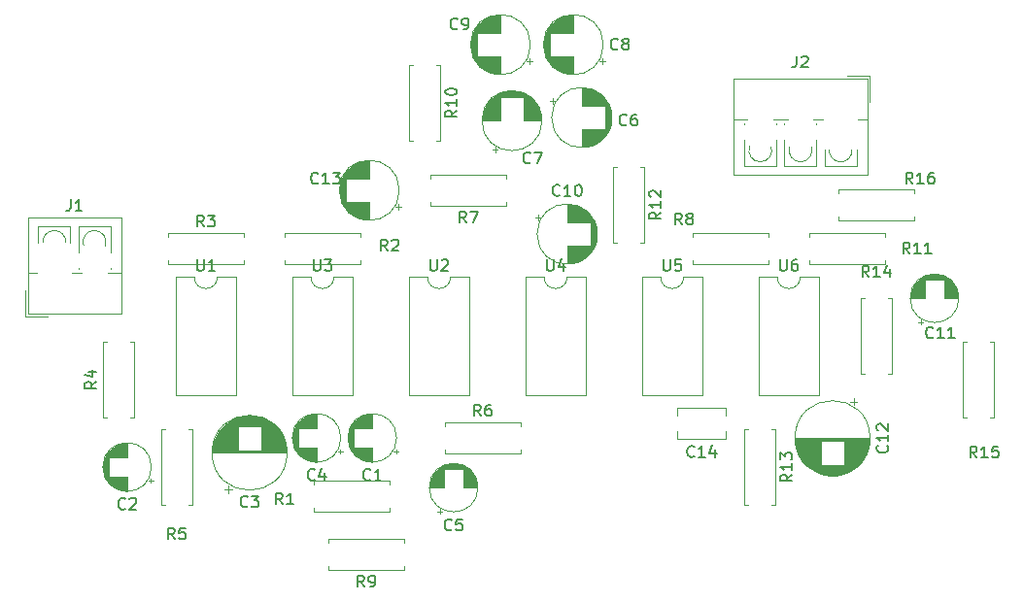
<source format=gto>
G04 #@! TF.GenerationSoftware,KiCad,Pcbnew,(5.0.0)*
G04 #@! TF.CreationDate,2019-03-26T16:32:36-04:00*
G04 #@! TF.ProjectId,EEG,4545472E6B696361645F706362000000,v01*
G04 #@! TF.SameCoordinates,Original*
G04 #@! TF.FileFunction,Legend,Top*
G04 #@! TF.FilePolarity,Positive*
%FSLAX46Y46*%
G04 Gerber Fmt 4.6, Leading zero omitted, Abs format (unit mm)*
G04 Created by KiCad (PCBNEW (5.0.0)) date 03/26/19 16:32:36*
%MOMM*%
%LPD*%
G01*
G04 APERTURE LIST*
%ADD10C,0.120000*%
%ADD11C,0.150000*%
G04 APERTURE END LIST*
D10*
G04 #@! TO.C,C1*
X86409801Y-99185000D02*
X86409801Y-98785000D01*
X86609801Y-98985000D02*
X86209801Y-98985000D01*
X82259000Y-98160000D02*
X82259000Y-97420000D01*
X82299000Y-98327000D02*
X82299000Y-97253000D01*
X82339000Y-98454000D02*
X82339000Y-97126000D01*
X82379000Y-98558000D02*
X82379000Y-97022000D01*
X82419000Y-98649000D02*
X82419000Y-96931000D01*
X82459000Y-98730000D02*
X82459000Y-96850000D01*
X82499000Y-98803000D02*
X82499000Y-96777000D01*
X82539000Y-98870000D02*
X82539000Y-96710000D01*
X82579000Y-98932000D02*
X82579000Y-96648000D01*
X82619000Y-98990000D02*
X82619000Y-96590000D01*
X82659000Y-99044000D02*
X82659000Y-96536000D01*
X82699000Y-99094000D02*
X82699000Y-96486000D01*
X82739000Y-99141000D02*
X82739000Y-96439000D01*
X82779000Y-96950000D02*
X82779000Y-96394000D01*
X82779000Y-99186000D02*
X82779000Y-98630000D01*
X82819000Y-96950000D02*
X82819000Y-96352000D01*
X82819000Y-99228000D02*
X82819000Y-98630000D01*
X82859000Y-96950000D02*
X82859000Y-96312000D01*
X82859000Y-99268000D02*
X82859000Y-98630000D01*
X82899000Y-96950000D02*
X82899000Y-96274000D01*
X82899000Y-99306000D02*
X82899000Y-98630000D01*
X82939000Y-96950000D02*
X82939000Y-96238000D01*
X82939000Y-99342000D02*
X82939000Y-98630000D01*
X82979000Y-96950000D02*
X82979000Y-96203000D01*
X82979000Y-99377000D02*
X82979000Y-98630000D01*
X83019000Y-96950000D02*
X83019000Y-96171000D01*
X83019000Y-99409000D02*
X83019000Y-98630000D01*
X83059000Y-96950000D02*
X83059000Y-96140000D01*
X83059000Y-99440000D02*
X83059000Y-98630000D01*
X83099000Y-96950000D02*
X83099000Y-96110000D01*
X83099000Y-99470000D02*
X83099000Y-98630000D01*
X83139000Y-96950000D02*
X83139000Y-96082000D01*
X83139000Y-99498000D02*
X83139000Y-98630000D01*
X83179000Y-96950000D02*
X83179000Y-96055000D01*
X83179000Y-99525000D02*
X83179000Y-98630000D01*
X83219000Y-96950000D02*
X83219000Y-96030000D01*
X83219000Y-99550000D02*
X83219000Y-98630000D01*
X83259000Y-96950000D02*
X83259000Y-96005000D01*
X83259000Y-99575000D02*
X83259000Y-98630000D01*
X83299000Y-96950000D02*
X83299000Y-95982000D01*
X83299000Y-99598000D02*
X83299000Y-98630000D01*
X83339000Y-96950000D02*
X83339000Y-95960000D01*
X83339000Y-99620000D02*
X83339000Y-98630000D01*
X83379000Y-96950000D02*
X83379000Y-95939000D01*
X83379000Y-99641000D02*
X83379000Y-98630000D01*
X83419000Y-96950000D02*
X83419000Y-95920000D01*
X83419000Y-99660000D02*
X83419000Y-98630000D01*
X83459000Y-96950000D02*
X83459000Y-95901000D01*
X83459000Y-99679000D02*
X83459000Y-98630000D01*
X83499000Y-96950000D02*
X83499000Y-95883000D01*
X83499000Y-99697000D02*
X83499000Y-98630000D01*
X83539000Y-96950000D02*
X83539000Y-95866000D01*
X83539000Y-99714000D02*
X83539000Y-98630000D01*
X83579000Y-96950000D02*
X83579000Y-95850000D01*
X83579000Y-99730000D02*
X83579000Y-98630000D01*
X83619000Y-96950000D02*
X83619000Y-95836000D01*
X83619000Y-99744000D02*
X83619000Y-98630000D01*
X83660000Y-96950000D02*
X83660000Y-95822000D01*
X83660000Y-99758000D02*
X83660000Y-98630000D01*
X83700000Y-96950000D02*
X83700000Y-95808000D01*
X83700000Y-99772000D02*
X83700000Y-98630000D01*
X83740000Y-96950000D02*
X83740000Y-95796000D01*
X83740000Y-99784000D02*
X83740000Y-98630000D01*
X83780000Y-96950000D02*
X83780000Y-95785000D01*
X83780000Y-99795000D02*
X83780000Y-98630000D01*
X83820000Y-96950000D02*
X83820000Y-95774000D01*
X83820000Y-99806000D02*
X83820000Y-98630000D01*
X83860000Y-96950000D02*
X83860000Y-95765000D01*
X83860000Y-99815000D02*
X83860000Y-98630000D01*
X83900000Y-96950000D02*
X83900000Y-95756000D01*
X83900000Y-99824000D02*
X83900000Y-98630000D01*
X83940000Y-96950000D02*
X83940000Y-95748000D01*
X83940000Y-99832000D02*
X83940000Y-98630000D01*
X83980000Y-96950000D02*
X83980000Y-95740000D01*
X83980000Y-99840000D02*
X83980000Y-98630000D01*
X84020000Y-96950000D02*
X84020000Y-95734000D01*
X84020000Y-99846000D02*
X84020000Y-98630000D01*
X84060000Y-96950000D02*
X84060000Y-95728000D01*
X84060000Y-99852000D02*
X84060000Y-98630000D01*
X84100000Y-96950000D02*
X84100000Y-95723000D01*
X84100000Y-99857000D02*
X84100000Y-98630000D01*
X84140000Y-96950000D02*
X84140000Y-95719000D01*
X84140000Y-99861000D02*
X84140000Y-98630000D01*
X84180000Y-96950000D02*
X84180000Y-95716000D01*
X84180000Y-99864000D02*
X84180000Y-98630000D01*
X84220000Y-96950000D02*
X84220000Y-95713000D01*
X84220000Y-99867000D02*
X84220000Y-98630000D01*
X84260000Y-99869000D02*
X84260000Y-98630000D01*
X84260000Y-96950000D02*
X84260000Y-95711000D01*
X84300000Y-99870000D02*
X84300000Y-98630000D01*
X84300000Y-96950000D02*
X84300000Y-95710000D01*
X84340000Y-99870000D02*
X84340000Y-98630000D01*
X84340000Y-96950000D02*
X84340000Y-95710000D01*
X86460000Y-97790000D02*
G75*
G03X86460000Y-97790000I-2120000J0D01*
G01*
G04 #@! TO.C,C2*
X65100000Y-100330000D02*
G75*
G03X65100000Y-100330000I-2120000J0D01*
G01*
X62980000Y-99490000D02*
X62980000Y-98250000D01*
X62980000Y-102410000D02*
X62980000Y-101170000D01*
X62940000Y-99490000D02*
X62940000Y-98250000D01*
X62940000Y-102410000D02*
X62940000Y-101170000D01*
X62900000Y-99490000D02*
X62900000Y-98251000D01*
X62900000Y-102409000D02*
X62900000Y-101170000D01*
X62860000Y-102407000D02*
X62860000Y-101170000D01*
X62860000Y-99490000D02*
X62860000Y-98253000D01*
X62820000Y-102404000D02*
X62820000Y-101170000D01*
X62820000Y-99490000D02*
X62820000Y-98256000D01*
X62780000Y-102401000D02*
X62780000Y-101170000D01*
X62780000Y-99490000D02*
X62780000Y-98259000D01*
X62740000Y-102397000D02*
X62740000Y-101170000D01*
X62740000Y-99490000D02*
X62740000Y-98263000D01*
X62700000Y-102392000D02*
X62700000Y-101170000D01*
X62700000Y-99490000D02*
X62700000Y-98268000D01*
X62660000Y-102386000D02*
X62660000Y-101170000D01*
X62660000Y-99490000D02*
X62660000Y-98274000D01*
X62620000Y-102380000D02*
X62620000Y-101170000D01*
X62620000Y-99490000D02*
X62620000Y-98280000D01*
X62580000Y-102372000D02*
X62580000Y-101170000D01*
X62580000Y-99490000D02*
X62580000Y-98288000D01*
X62540000Y-102364000D02*
X62540000Y-101170000D01*
X62540000Y-99490000D02*
X62540000Y-98296000D01*
X62500000Y-102355000D02*
X62500000Y-101170000D01*
X62500000Y-99490000D02*
X62500000Y-98305000D01*
X62460000Y-102346000D02*
X62460000Y-101170000D01*
X62460000Y-99490000D02*
X62460000Y-98314000D01*
X62420000Y-102335000D02*
X62420000Y-101170000D01*
X62420000Y-99490000D02*
X62420000Y-98325000D01*
X62380000Y-102324000D02*
X62380000Y-101170000D01*
X62380000Y-99490000D02*
X62380000Y-98336000D01*
X62340000Y-102312000D02*
X62340000Y-101170000D01*
X62340000Y-99490000D02*
X62340000Y-98348000D01*
X62300000Y-102298000D02*
X62300000Y-101170000D01*
X62300000Y-99490000D02*
X62300000Y-98362000D01*
X62259000Y-102284000D02*
X62259000Y-101170000D01*
X62259000Y-99490000D02*
X62259000Y-98376000D01*
X62219000Y-102270000D02*
X62219000Y-101170000D01*
X62219000Y-99490000D02*
X62219000Y-98390000D01*
X62179000Y-102254000D02*
X62179000Y-101170000D01*
X62179000Y-99490000D02*
X62179000Y-98406000D01*
X62139000Y-102237000D02*
X62139000Y-101170000D01*
X62139000Y-99490000D02*
X62139000Y-98423000D01*
X62099000Y-102219000D02*
X62099000Y-101170000D01*
X62099000Y-99490000D02*
X62099000Y-98441000D01*
X62059000Y-102200000D02*
X62059000Y-101170000D01*
X62059000Y-99490000D02*
X62059000Y-98460000D01*
X62019000Y-102181000D02*
X62019000Y-101170000D01*
X62019000Y-99490000D02*
X62019000Y-98479000D01*
X61979000Y-102160000D02*
X61979000Y-101170000D01*
X61979000Y-99490000D02*
X61979000Y-98500000D01*
X61939000Y-102138000D02*
X61939000Y-101170000D01*
X61939000Y-99490000D02*
X61939000Y-98522000D01*
X61899000Y-102115000D02*
X61899000Y-101170000D01*
X61899000Y-99490000D02*
X61899000Y-98545000D01*
X61859000Y-102090000D02*
X61859000Y-101170000D01*
X61859000Y-99490000D02*
X61859000Y-98570000D01*
X61819000Y-102065000D02*
X61819000Y-101170000D01*
X61819000Y-99490000D02*
X61819000Y-98595000D01*
X61779000Y-102038000D02*
X61779000Y-101170000D01*
X61779000Y-99490000D02*
X61779000Y-98622000D01*
X61739000Y-102010000D02*
X61739000Y-101170000D01*
X61739000Y-99490000D02*
X61739000Y-98650000D01*
X61699000Y-101980000D02*
X61699000Y-101170000D01*
X61699000Y-99490000D02*
X61699000Y-98680000D01*
X61659000Y-101949000D02*
X61659000Y-101170000D01*
X61659000Y-99490000D02*
X61659000Y-98711000D01*
X61619000Y-101917000D02*
X61619000Y-101170000D01*
X61619000Y-99490000D02*
X61619000Y-98743000D01*
X61579000Y-101882000D02*
X61579000Y-101170000D01*
X61579000Y-99490000D02*
X61579000Y-98778000D01*
X61539000Y-101846000D02*
X61539000Y-101170000D01*
X61539000Y-99490000D02*
X61539000Y-98814000D01*
X61499000Y-101808000D02*
X61499000Y-101170000D01*
X61499000Y-99490000D02*
X61499000Y-98852000D01*
X61459000Y-101768000D02*
X61459000Y-101170000D01*
X61459000Y-99490000D02*
X61459000Y-98892000D01*
X61419000Y-101726000D02*
X61419000Y-101170000D01*
X61419000Y-99490000D02*
X61419000Y-98934000D01*
X61379000Y-101681000D02*
X61379000Y-98979000D01*
X61339000Y-101634000D02*
X61339000Y-99026000D01*
X61299000Y-101584000D02*
X61299000Y-99076000D01*
X61259000Y-101530000D02*
X61259000Y-99130000D01*
X61219000Y-101472000D02*
X61219000Y-99188000D01*
X61179000Y-101410000D02*
X61179000Y-99250000D01*
X61139000Y-101343000D02*
X61139000Y-99317000D01*
X61099000Y-101270000D02*
X61099000Y-99390000D01*
X61059000Y-101189000D02*
X61059000Y-99471000D01*
X61019000Y-101098000D02*
X61019000Y-99562000D01*
X60979000Y-100994000D02*
X60979000Y-99666000D01*
X60939000Y-100867000D02*
X60939000Y-99793000D01*
X60899000Y-100700000D02*
X60899000Y-99960000D01*
X65249801Y-101525000D02*
X64849801Y-101525000D01*
X65049801Y-101725000D02*
X65049801Y-101325000D01*
G04 #@! TO.C,C3*
X76930000Y-99080000D02*
G75*
G03X76930000Y-99080000I-3270000J0D01*
G01*
X70430000Y-99080000D02*
X76890000Y-99080000D01*
X70430000Y-99040000D02*
X76890000Y-99040000D01*
X70430000Y-99000000D02*
X76890000Y-99000000D01*
X70432000Y-98960000D02*
X76888000Y-98960000D01*
X70433000Y-98920000D02*
X76887000Y-98920000D01*
X70436000Y-98880000D02*
X76884000Y-98880000D01*
X70438000Y-98840000D02*
X72620000Y-98840000D01*
X74700000Y-98840000D02*
X76882000Y-98840000D01*
X70442000Y-98800000D02*
X72620000Y-98800000D01*
X74700000Y-98800000D02*
X76878000Y-98800000D01*
X70445000Y-98760000D02*
X72620000Y-98760000D01*
X74700000Y-98760000D02*
X76875000Y-98760000D01*
X70449000Y-98720000D02*
X72620000Y-98720000D01*
X74700000Y-98720000D02*
X76871000Y-98720000D01*
X70454000Y-98680000D02*
X72620000Y-98680000D01*
X74700000Y-98680000D02*
X76866000Y-98680000D01*
X70459000Y-98640000D02*
X72620000Y-98640000D01*
X74700000Y-98640000D02*
X76861000Y-98640000D01*
X70465000Y-98600000D02*
X72620000Y-98600000D01*
X74700000Y-98600000D02*
X76855000Y-98600000D01*
X70471000Y-98560000D02*
X72620000Y-98560000D01*
X74700000Y-98560000D02*
X76849000Y-98560000D01*
X70478000Y-98520000D02*
X72620000Y-98520000D01*
X74700000Y-98520000D02*
X76842000Y-98520000D01*
X70485000Y-98480000D02*
X72620000Y-98480000D01*
X74700000Y-98480000D02*
X76835000Y-98480000D01*
X70493000Y-98440000D02*
X72620000Y-98440000D01*
X74700000Y-98440000D02*
X76827000Y-98440000D01*
X70501000Y-98400000D02*
X72620000Y-98400000D01*
X74700000Y-98400000D02*
X76819000Y-98400000D01*
X70510000Y-98359000D02*
X72620000Y-98359000D01*
X74700000Y-98359000D02*
X76810000Y-98359000D01*
X70519000Y-98319000D02*
X72620000Y-98319000D01*
X74700000Y-98319000D02*
X76801000Y-98319000D01*
X70529000Y-98279000D02*
X72620000Y-98279000D01*
X74700000Y-98279000D02*
X76791000Y-98279000D01*
X70539000Y-98239000D02*
X72620000Y-98239000D01*
X74700000Y-98239000D02*
X76781000Y-98239000D01*
X70550000Y-98199000D02*
X72620000Y-98199000D01*
X74700000Y-98199000D02*
X76770000Y-98199000D01*
X70562000Y-98159000D02*
X72620000Y-98159000D01*
X74700000Y-98159000D02*
X76758000Y-98159000D01*
X70574000Y-98119000D02*
X72620000Y-98119000D01*
X74700000Y-98119000D02*
X76746000Y-98119000D01*
X70586000Y-98079000D02*
X72620000Y-98079000D01*
X74700000Y-98079000D02*
X76734000Y-98079000D01*
X70599000Y-98039000D02*
X72620000Y-98039000D01*
X74700000Y-98039000D02*
X76721000Y-98039000D01*
X70613000Y-97999000D02*
X72620000Y-97999000D01*
X74700000Y-97999000D02*
X76707000Y-97999000D01*
X70627000Y-97959000D02*
X72620000Y-97959000D01*
X74700000Y-97959000D02*
X76693000Y-97959000D01*
X70642000Y-97919000D02*
X72620000Y-97919000D01*
X74700000Y-97919000D02*
X76678000Y-97919000D01*
X70658000Y-97879000D02*
X72620000Y-97879000D01*
X74700000Y-97879000D02*
X76662000Y-97879000D01*
X70674000Y-97839000D02*
X72620000Y-97839000D01*
X74700000Y-97839000D02*
X76646000Y-97839000D01*
X70690000Y-97799000D02*
X72620000Y-97799000D01*
X74700000Y-97799000D02*
X76630000Y-97799000D01*
X70708000Y-97759000D02*
X72620000Y-97759000D01*
X74700000Y-97759000D02*
X76612000Y-97759000D01*
X70726000Y-97719000D02*
X72620000Y-97719000D01*
X74700000Y-97719000D02*
X76594000Y-97719000D01*
X70744000Y-97679000D02*
X72620000Y-97679000D01*
X74700000Y-97679000D02*
X76576000Y-97679000D01*
X70764000Y-97639000D02*
X72620000Y-97639000D01*
X74700000Y-97639000D02*
X76556000Y-97639000D01*
X70784000Y-97599000D02*
X72620000Y-97599000D01*
X74700000Y-97599000D02*
X76536000Y-97599000D01*
X70804000Y-97559000D02*
X72620000Y-97559000D01*
X74700000Y-97559000D02*
X76516000Y-97559000D01*
X70826000Y-97519000D02*
X72620000Y-97519000D01*
X74700000Y-97519000D02*
X76494000Y-97519000D01*
X70848000Y-97479000D02*
X72620000Y-97479000D01*
X74700000Y-97479000D02*
X76472000Y-97479000D01*
X70870000Y-97439000D02*
X72620000Y-97439000D01*
X74700000Y-97439000D02*
X76450000Y-97439000D01*
X70894000Y-97399000D02*
X72620000Y-97399000D01*
X74700000Y-97399000D02*
X76426000Y-97399000D01*
X70918000Y-97359000D02*
X72620000Y-97359000D01*
X74700000Y-97359000D02*
X76402000Y-97359000D01*
X70944000Y-97319000D02*
X72620000Y-97319000D01*
X74700000Y-97319000D02*
X76376000Y-97319000D01*
X70970000Y-97279000D02*
X72620000Y-97279000D01*
X74700000Y-97279000D02*
X76350000Y-97279000D01*
X70996000Y-97239000D02*
X72620000Y-97239000D01*
X74700000Y-97239000D02*
X76324000Y-97239000D01*
X71024000Y-97199000D02*
X72620000Y-97199000D01*
X74700000Y-97199000D02*
X76296000Y-97199000D01*
X71053000Y-97159000D02*
X72620000Y-97159000D01*
X74700000Y-97159000D02*
X76267000Y-97159000D01*
X71082000Y-97119000D02*
X72620000Y-97119000D01*
X74700000Y-97119000D02*
X76238000Y-97119000D01*
X71112000Y-97079000D02*
X72620000Y-97079000D01*
X74700000Y-97079000D02*
X76208000Y-97079000D01*
X71144000Y-97039000D02*
X72620000Y-97039000D01*
X74700000Y-97039000D02*
X76176000Y-97039000D01*
X71176000Y-96999000D02*
X72620000Y-96999000D01*
X74700000Y-96999000D02*
X76144000Y-96999000D01*
X71210000Y-96959000D02*
X72620000Y-96959000D01*
X74700000Y-96959000D02*
X76110000Y-96959000D01*
X71244000Y-96919000D02*
X72620000Y-96919000D01*
X74700000Y-96919000D02*
X76076000Y-96919000D01*
X71280000Y-96879000D02*
X72620000Y-96879000D01*
X74700000Y-96879000D02*
X76040000Y-96879000D01*
X71317000Y-96839000D02*
X72620000Y-96839000D01*
X74700000Y-96839000D02*
X76003000Y-96839000D01*
X71355000Y-96799000D02*
X72620000Y-96799000D01*
X74700000Y-96799000D02*
X75965000Y-96799000D01*
X71395000Y-96759000D02*
X75925000Y-96759000D01*
X71436000Y-96719000D02*
X75884000Y-96719000D01*
X71478000Y-96679000D02*
X75842000Y-96679000D01*
X71523000Y-96639000D02*
X75797000Y-96639000D01*
X71568000Y-96599000D02*
X75752000Y-96599000D01*
X71616000Y-96559000D02*
X75704000Y-96559000D01*
X71665000Y-96519000D02*
X75655000Y-96519000D01*
X71716000Y-96479000D02*
X75604000Y-96479000D01*
X71770000Y-96439000D02*
X75550000Y-96439000D01*
X71826000Y-96399000D02*
X75494000Y-96399000D01*
X71884000Y-96359000D02*
X75436000Y-96359000D01*
X71946000Y-96319000D02*
X75374000Y-96319000D01*
X72010000Y-96279000D02*
X75310000Y-96279000D01*
X72079000Y-96239000D02*
X75241000Y-96239000D01*
X72151000Y-96199000D02*
X75169000Y-96199000D01*
X72228000Y-96159000D02*
X75092000Y-96159000D01*
X72310000Y-96119000D02*
X75010000Y-96119000D01*
X72398000Y-96079000D02*
X74922000Y-96079000D01*
X72495000Y-96039000D02*
X74825000Y-96039000D01*
X72601000Y-95999000D02*
X74719000Y-95999000D01*
X72720000Y-95959000D02*
X74600000Y-95959000D01*
X72858000Y-95919000D02*
X74462000Y-95919000D01*
X73027000Y-95879000D02*
X74293000Y-95879000D01*
X73258000Y-95839000D02*
X74062000Y-95839000D01*
X71821000Y-102580241D02*
X71821000Y-101950241D01*
X71506000Y-102265241D02*
X72136000Y-102265241D01*
G04 #@! TO.C,C4*
X81610000Y-97790000D02*
G75*
G03X81610000Y-97790000I-2120000J0D01*
G01*
X79490000Y-96950000D02*
X79490000Y-95710000D01*
X79490000Y-99870000D02*
X79490000Y-98630000D01*
X79450000Y-96950000D02*
X79450000Y-95710000D01*
X79450000Y-99870000D02*
X79450000Y-98630000D01*
X79410000Y-96950000D02*
X79410000Y-95711000D01*
X79410000Y-99869000D02*
X79410000Y-98630000D01*
X79370000Y-99867000D02*
X79370000Y-98630000D01*
X79370000Y-96950000D02*
X79370000Y-95713000D01*
X79330000Y-99864000D02*
X79330000Y-98630000D01*
X79330000Y-96950000D02*
X79330000Y-95716000D01*
X79290000Y-99861000D02*
X79290000Y-98630000D01*
X79290000Y-96950000D02*
X79290000Y-95719000D01*
X79250000Y-99857000D02*
X79250000Y-98630000D01*
X79250000Y-96950000D02*
X79250000Y-95723000D01*
X79210000Y-99852000D02*
X79210000Y-98630000D01*
X79210000Y-96950000D02*
X79210000Y-95728000D01*
X79170000Y-99846000D02*
X79170000Y-98630000D01*
X79170000Y-96950000D02*
X79170000Y-95734000D01*
X79130000Y-99840000D02*
X79130000Y-98630000D01*
X79130000Y-96950000D02*
X79130000Y-95740000D01*
X79090000Y-99832000D02*
X79090000Y-98630000D01*
X79090000Y-96950000D02*
X79090000Y-95748000D01*
X79050000Y-99824000D02*
X79050000Y-98630000D01*
X79050000Y-96950000D02*
X79050000Y-95756000D01*
X79010000Y-99815000D02*
X79010000Y-98630000D01*
X79010000Y-96950000D02*
X79010000Y-95765000D01*
X78970000Y-99806000D02*
X78970000Y-98630000D01*
X78970000Y-96950000D02*
X78970000Y-95774000D01*
X78930000Y-99795000D02*
X78930000Y-98630000D01*
X78930000Y-96950000D02*
X78930000Y-95785000D01*
X78890000Y-99784000D02*
X78890000Y-98630000D01*
X78890000Y-96950000D02*
X78890000Y-95796000D01*
X78850000Y-99772000D02*
X78850000Y-98630000D01*
X78850000Y-96950000D02*
X78850000Y-95808000D01*
X78810000Y-99758000D02*
X78810000Y-98630000D01*
X78810000Y-96950000D02*
X78810000Y-95822000D01*
X78769000Y-99744000D02*
X78769000Y-98630000D01*
X78769000Y-96950000D02*
X78769000Y-95836000D01*
X78729000Y-99730000D02*
X78729000Y-98630000D01*
X78729000Y-96950000D02*
X78729000Y-95850000D01*
X78689000Y-99714000D02*
X78689000Y-98630000D01*
X78689000Y-96950000D02*
X78689000Y-95866000D01*
X78649000Y-99697000D02*
X78649000Y-98630000D01*
X78649000Y-96950000D02*
X78649000Y-95883000D01*
X78609000Y-99679000D02*
X78609000Y-98630000D01*
X78609000Y-96950000D02*
X78609000Y-95901000D01*
X78569000Y-99660000D02*
X78569000Y-98630000D01*
X78569000Y-96950000D02*
X78569000Y-95920000D01*
X78529000Y-99641000D02*
X78529000Y-98630000D01*
X78529000Y-96950000D02*
X78529000Y-95939000D01*
X78489000Y-99620000D02*
X78489000Y-98630000D01*
X78489000Y-96950000D02*
X78489000Y-95960000D01*
X78449000Y-99598000D02*
X78449000Y-98630000D01*
X78449000Y-96950000D02*
X78449000Y-95982000D01*
X78409000Y-99575000D02*
X78409000Y-98630000D01*
X78409000Y-96950000D02*
X78409000Y-96005000D01*
X78369000Y-99550000D02*
X78369000Y-98630000D01*
X78369000Y-96950000D02*
X78369000Y-96030000D01*
X78329000Y-99525000D02*
X78329000Y-98630000D01*
X78329000Y-96950000D02*
X78329000Y-96055000D01*
X78289000Y-99498000D02*
X78289000Y-98630000D01*
X78289000Y-96950000D02*
X78289000Y-96082000D01*
X78249000Y-99470000D02*
X78249000Y-98630000D01*
X78249000Y-96950000D02*
X78249000Y-96110000D01*
X78209000Y-99440000D02*
X78209000Y-98630000D01*
X78209000Y-96950000D02*
X78209000Y-96140000D01*
X78169000Y-99409000D02*
X78169000Y-98630000D01*
X78169000Y-96950000D02*
X78169000Y-96171000D01*
X78129000Y-99377000D02*
X78129000Y-98630000D01*
X78129000Y-96950000D02*
X78129000Y-96203000D01*
X78089000Y-99342000D02*
X78089000Y-98630000D01*
X78089000Y-96950000D02*
X78089000Y-96238000D01*
X78049000Y-99306000D02*
X78049000Y-98630000D01*
X78049000Y-96950000D02*
X78049000Y-96274000D01*
X78009000Y-99268000D02*
X78009000Y-98630000D01*
X78009000Y-96950000D02*
X78009000Y-96312000D01*
X77969000Y-99228000D02*
X77969000Y-98630000D01*
X77969000Y-96950000D02*
X77969000Y-96352000D01*
X77929000Y-99186000D02*
X77929000Y-98630000D01*
X77929000Y-96950000D02*
X77929000Y-96394000D01*
X77889000Y-99141000D02*
X77889000Y-96439000D01*
X77849000Y-99094000D02*
X77849000Y-96486000D01*
X77809000Y-99044000D02*
X77809000Y-96536000D01*
X77769000Y-98990000D02*
X77769000Y-96590000D01*
X77729000Y-98932000D02*
X77729000Y-96648000D01*
X77689000Y-98870000D02*
X77689000Y-96710000D01*
X77649000Y-98803000D02*
X77649000Y-96777000D01*
X77609000Y-98730000D02*
X77609000Y-96850000D01*
X77569000Y-98649000D02*
X77569000Y-96931000D01*
X77529000Y-98558000D02*
X77529000Y-97022000D01*
X77489000Y-98454000D02*
X77489000Y-97126000D01*
X77449000Y-98327000D02*
X77449000Y-97253000D01*
X77409000Y-98160000D02*
X77409000Y-97420000D01*
X81759801Y-98985000D02*
X81359801Y-98985000D01*
X81559801Y-99185000D02*
X81559801Y-98785000D01*
G04 #@! TO.C,C5*
X90045000Y-104189801D02*
X90445000Y-104189801D01*
X90245000Y-104389801D02*
X90245000Y-103989801D01*
X91070000Y-100039000D02*
X91810000Y-100039000D01*
X90903000Y-100079000D02*
X91977000Y-100079000D01*
X90776000Y-100119000D02*
X92104000Y-100119000D01*
X90672000Y-100159000D02*
X92208000Y-100159000D01*
X90581000Y-100199000D02*
X92299000Y-100199000D01*
X90500000Y-100239000D02*
X92380000Y-100239000D01*
X90427000Y-100279000D02*
X92453000Y-100279000D01*
X90360000Y-100319000D02*
X92520000Y-100319000D01*
X90298000Y-100359000D02*
X92582000Y-100359000D01*
X90240000Y-100399000D02*
X92640000Y-100399000D01*
X90186000Y-100439000D02*
X92694000Y-100439000D01*
X90136000Y-100479000D02*
X92744000Y-100479000D01*
X90089000Y-100519000D02*
X92791000Y-100519000D01*
X92280000Y-100559000D02*
X92836000Y-100559000D01*
X90044000Y-100559000D02*
X90600000Y-100559000D01*
X92280000Y-100599000D02*
X92878000Y-100599000D01*
X90002000Y-100599000D02*
X90600000Y-100599000D01*
X92280000Y-100639000D02*
X92918000Y-100639000D01*
X89962000Y-100639000D02*
X90600000Y-100639000D01*
X92280000Y-100679000D02*
X92956000Y-100679000D01*
X89924000Y-100679000D02*
X90600000Y-100679000D01*
X92280000Y-100719000D02*
X92992000Y-100719000D01*
X89888000Y-100719000D02*
X90600000Y-100719000D01*
X92280000Y-100759000D02*
X93027000Y-100759000D01*
X89853000Y-100759000D02*
X90600000Y-100759000D01*
X92280000Y-100799000D02*
X93059000Y-100799000D01*
X89821000Y-100799000D02*
X90600000Y-100799000D01*
X92280000Y-100839000D02*
X93090000Y-100839000D01*
X89790000Y-100839000D02*
X90600000Y-100839000D01*
X92280000Y-100879000D02*
X93120000Y-100879000D01*
X89760000Y-100879000D02*
X90600000Y-100879000D01*
X92280000Y-100919000D02*
X93148000Y-100919000D01*
X89732000Y-100919000D02*
X90600000Y-100919000D01*
X92280000Y-100959000D02*
X93175000Y-100959000D01*
X89705000Y-100959000D02*
X90600000Y-100959000D01*
X92280000Y-100999000D02*
X93200000Y-100999000D01*
X89680000Y-100999000D02*
X90600000Y-100999000D01*
X92280000Y-101039000D02*
X93225000Y-101039000D01*
X89655000Y-101039000D02*
X90600000Y-101039000D01*
X92280000Y-101079000D02*
X93248000Y-101079000D01*
X89632000Y-101079000D02*
X90600000Y-101079000D01*
X92280000Y-101119000D02*
X93270000Y-101119000D01*
X89610000Y-101119000D02*
X90600000Y-101119000D01*
X92280000Y-101159000D02*
X93291000Y-101159000D01*
X89589000Y-101159000D02*
X90600000Y-101159000D01*
X92280000Y-101199000D02*
X93310000Y-101199000D01*
X89570000Y-101199000D02*
X90600000Y-101199000D01*
X92280000Y-101239000D02*
X93329000Y-101239000D01*
X89551000Y-101239000D02*
X90600000Y-101239000D01*
X92280000Y-101279000D02*
X93347000Y-101279000D01*
X89533000Y-101279000D02*
X90600000Y-101279000D01*
X92280000Y-101319000D02*
X93364000Y-101319000D01*
X89516000Y-101319000D02*
X90600000Y-101319000D01*
X92280000Y-101359000D02*
X93380000Y-101359000D01*
X89500000Y-101359000D02*
X90600000Y-101359000D01*
X92280000Y-101399000D02*
X93394000Y-101399000D01*
X89486000Y-101399000D02*
X90600000Y-101399000D01*
X92280000Y-101440000D02*
X93408000Y-101440000D01*
X89472000Y-101440000D02*
X90600000Y-101440000D01*
X92280000Y-101480000D02*
X93422000Y-101480000D01*
X89458000Y-101480000D02*
X90600000Y-101480000D01*
X92280000Y-101520000D02*
X93434000Y-101520000D01*
X89446000Y-101520000D02*
X90600000Y-101520000D01*
X92280000Y-101560000D02*
X93445000Y-101560000D01*
X89435000Y-101560000D02*
X90600000Y-101560000D01*
X92280000Y-101600000D02*
X93456000Y-101600000D01*
X89424000Y-101600000D02*
X90600000Y-101600000D01*
X92280000Y-101640000D02*
X93465000Y-101640000D01*
X89415000Y-101640000D02*
X90600000Y-101640000D01*
X92280000Y-101680000D02*
X93474000Y-101680000D01*
X89406000Y-101680000D02*
X90600000Y-101680000D01*
X92280000Y-101720000D02*
X93482000Y-101720000D01*
X89398000Y-101720000D02*
X90600000Y-101720000D01*
X92280000Y-101760000D02*
X93490000Y-101760000D01*
X89390000Y-101760000D02*
X90600000Y-101760000D01*
X92280000Y-101800000D02*
X93496000Y-101800000D01*
X89384000Y-101800000D02*
X90600000Y-101800000D01*
X92280000Y-101840000D02*
X93502000Y-101840000D01*
X89378000Y-101840000D02*
X90600000Y-101840000D01*
X92280000Y-101880000D02*
X93507000Y-101880000D01*
X89373000Y-101880000D02*
X90600000Y-101880000D01*
X92280000Y-101920000D02*
X93511000Y-101920000D01*
X89369000Y-101920000D02*
X90600000Y-101920000D01*
X92280000Y-101960000D02*
X93514000Y-101960000D01*
X89366000Y-101960000D02*
X90600000Y-101960000D01*
X92280000Y-102000000D02*
X93517000Y-102000000D01*
X89363000Y-102000000D02*
X90600000Y-102000000D01*
X89361000Y-102040000D02*
X90600000Y-102040000D01*
X92280000Y-102040000D02*
X93519000Y-102040000D01*
X89360000Y-102080000D02*
X90600000Y-102080000D01*
X92280000Y-102080000D02*
X93520000Y-102080000D01*
X89360000Y-102120000D02*
X90600000Y-102120000D01*
X92280000Y-102120000D02*
X93520000Y-102120000D01*
X93560000Y-102120000D02*
G75*
G03X93560000Y-102120000I-2120000J0D01*
G01*
G04 #@! TO.C,C6*
X105220000Y-69850000D02*
G75*
G03X105220000Y-69850000I-2620000J0D01*
G01*
X102600000Y-70890000D02*
X102600000Y-72430000D01*
X102600000Y-67270000D02*
X102600000Y-68810000D01*
X102640000Y-70890000D02*
X102640000Y-72430000D01*
X102640000Y-67270000D02*
X102640000Y-68810000D01*
X102680000Y-67271000D02*
X102680000Y-68810000D01*
X102680000Y-70890000D02*
X102680000Y-72429000D01*
X102720000Y-67272000D02*
X102720000Y-68810000D01*
X102720000Y-70890000D02*
X102720000Y-72428000D01*
X102760000Y-67274000D02*
X102760000Y-68810000D01*
X102760000Y-70890000D02*
X102760000Y-72426000D01*
X102800000Y-67277000D02*
X102800000Y-68810000D01*
X102800000Y-70890000D02*
X102800000Y-72423000D01*
X102840000Y-67281000D02*
X102840000Y-68810000D01*
X102840000Y-70890000D02*
X102840000Y-72419000D01*
X102880000Y-67285000D02*
X102880000Y-68810000D01*
X102880000Y-70890000D02*
X102880000Y-72415000D01*
X102920000Y-67289000D02*
X102920000Y-68810000D01*
X102920000Y-70890000D02*
X102920000Y-72411000D01*
X102960000Y-67294000D02*
X102960000Y-68810000D01*
X102960000Y-70890000D02*
X102960000Y-72406000D01*
X103000000Y-67300000D02*
X103000000Y-68810000D01*
X103000000Y-70890000D02*
X103000000Y-72400000D01*
X103040000Y-67307000D02*
X103040000Y-68810000D01*
X103040000Y-70890000D02*
X103040000Y-72393000D01*
X103080000Y-67314000D02*
X103080000Y-68810000D01*
X103080000Y-70890000D02*
X103080000Y-72386000D01*
X103120000Y-67322000D02*
X103120000Y-68810000D01*
X103120000Y-70890000D02*
X103120000Y-72378000D01*
X103160000Y-67330000D02*
X103160000Y-68810000D01*
X103160000Y-70890000D02*
X103160000Y-72370000D01*
X103200000Y-67339000D02*
X103200000Y-68810000D01*
X103200000Y-70890000D02*
X103200000Y-72361000D01*
X103240000Y-67349000D02*
X103240000Y-68810000D01*
X103240000Y-70890000D02*
X103240000Y-72351000D01*
X103280000Y-67359000D02*
X103280000Y-68810000D01*
X103280000Y-70890000D02*
X103280000Y-72341000D01*
X103321000Y-67370000D02*
X103321000Y-68810000D01*
X103321000Y-70890000D02*
X103321000Y-72330000D01*
X103361000Y-67382000D02*
X103361000Y-68810000D01*
X103361000Y-70890000D02*
X103361000Y-72318000D01*
X103401000Y-67395000D02*
X103401000Y-68810000D01*
X103401000Y-70890000D02*
X103401000Y-72305000D01*
X103441000Y-67408000D02*
X103441000Y-68810000D01*
X103441000Y-70890000D02*
X103441000Y-72292000D01*
X103481000Y-67422000D02*
X103481000Y-68810000D01*
X103481000Y-70890000D02*
X103481000Y-72278000D01*
X103521000Y-67436000D02*
X103521000Y-68810000D01*
X103521000Y-70890000D02*
X103521000Y-72264000D01*
X103561000Y-67452000D02*
X103561000Y-68810000D01*
X103561000Y-70890000D02*
X103561000Y-72248000D01*
X103601000Y-67468000D02*
X103601000Y-68810000D01*
X103601000Y-70890000D02*
X103601000Y-72232000D01*
X103641000Y-67485000D02*
X103641000Y-68810000D01*
X103641000Y-70890000D02*
X103641000Y-72215000D01*
X103681000Y-67502000D02*
X103681000Y-68810000D01*
X103681000Y-70890000D02*
X103681000Y-72198000D01*
X103721000Y-67521000D02*
X103721000Y-68810000D01*
X103721000Y-70890000D02*
X103721000Y-72179000D01*
X103761000Y-67540000D02*
X103761000Y-68810000D01*
X103761000Y-70890000D02*
X103761000Y-72160000D01*
X103801000Y-67560000D02*
X103801000Y-68810000D01*
X103801000Y-70890000D02*
X103801000Y-72140000D01*
X103841000Y-67582000D02*
X103841000Y-68810000D01*
X103841000Y-70890000D02*
X103841000Y-72118000D01*
X103881000Y-67603000D02*
X103881000Y-68810000D01*
X103881000Y-70890000D02*
X103881000Y-72097000D01*
X103921000Y-67626000D02*
X103921000Y-68810000D01*
X103921000Y-70890000D02*
X103921000Y-72074000D01*
X103961000Y-67650000D02*
X103961000Y-68810000D01*
X103961000Y-70890000D02*
X103961000Y-72050000D01*
X104001000Y-67675000D02*
X104001000Y-68810000D01*
X104001000Y-70890000D02*
X104001000Y-72025000D01*
X104041000Y-67701000D02*
X104041000Y-68810000D01*
X104041000Y-70890000D02*
X104041000Y-71999000D01*
X104081000Y-67728000D02*
X104081000Y-68810000D01*
X104081000Y-70890000D02*
X104081000Y-71972000D01*
X104121000Y-67755000D02*
X104121000Y-68810000D01*
X104121000Y-70890000D02*
X104121000Y-71945000D01*
X104161000Y-67785000D02*
X104161000Y-68810000D01*
X104161000Y-70890000D02*
X104161000Y-71915000D01*
X104201000Y-67815000D02*
X104201000Y-68810000D01*
X104201000Y-70890000D02*
X104201000Y-71885000D01*
X104241000Y-67846000D02*
X104241000Y-68810000D01*
X104241000Y-70890000D02*
X104241000Y-71854000D01*
X104281000Y-67879000D02*
X104281000Y-68810000D01*
X104281000Y-70890000D02*
X104281000Y-71821000D01*
X104321000Y-67913000D02*
X104321000Y-68810000D01*
X104321000Y-70890000D02*
X104321000Y-71787000D01*
X104361000Y-67949000D02*
X104361000Y-68810000D01*
X104361000Y-70890000D02*
X104361000Y-71751000D01*
X104401000Y-67986000D02*
X104401000Y-68810000D01*
X104401000Y-70890000D02*
X104401000Y-71714000D01*
X104441000Y-68024000D02*
X104441000Y-68810000D01*
X104441000Y-70890000D02*
X104441000Y-71676000D01*
X104481000Y-68065000D02*
X104481000Y-68810000D01*
X104481000Y-70890000D02*
X104481000Y-71635000D01*
X104521000Y-68107000D02*
X104521000Y-68810000D01*
X104521000Y-70890000D02*
X104521000Y-71593000D01*
X104561000Y-68151000D02*
X104561000Y-68810000D01*
X104561000Y-70890000D02*
X104561000Y-71549000D01*
X104601000Y-68197000D02*
X104601000Y-68810000D01*
X104601000Y-70890000D02*
X104601000Y-71503000D01*
X104641000Y-68245000D02*
X104641000Y-71455000D01*
X104681000Y-68296000D02*
X104681000Y-71404000D01*
X104721000Y-68350000D02*
X104721000Y-71350000D01*
X104761000Y-68407000D02*
X104761000Y-71293000D01*
X104801000Y-68467000D02*
X104801000Y-71233000D01*
X104841000Y-68531000D02*
X104841000Y-71169000D01*
X104881000Y-68599000D02*
X104881000Y-71101000D01*
X104921000Y-68672000D02*
X104921000Y-71028000D01*
X104961000Y-68752000D02*
X104961000Y-70948000D01*
X105001000Y-68839000D02*
X105001000Y-70861000D01*
X105041000Y-68935000D02*
X105041000Y-70765000D01*
X105081000Y-69045000D02*
X105081000Y-70655000D01*
X105121000Y-69173000D02*
X105121000Y-70527000D01*
X105161000Y-69332000D02*
X105161000Y-70368000D01*
X105201000Y-69566000D02*
X105201000Y-70134000D01*
X99795225Y-68375000D02*
X100295225Y-68375000D01*
X100045225Y-68125000D02*
X100045225Y-68625000D01*
G04 #@! TO.C,C7*
X94795000Y-72674775D02*
X95295000Y-72674775D01*
X95045000Y-72924775D02*
X95045000Y-72424775D01*
X96236000Y-67519000D02*
X96804000Y-67519000D01*
X96002000Y-67559000D02*
X97038000Y-67559000D01*
X95843000Y-67599000D02*
X97197000Y-67599000D01*
X95715000Y-67639000D02*
X97325000Y-67639000D01*
X95605000Y-67679000D02*
X97435000Y-67679000D01*
X95509000Y-67719000D02*
X97531000Y-67719000D01*
X95422000Y-67759000D02*
X97618000Y-67759000D01*
X95342000Y-67799000D02*
X97698000Y-67799000D01*
X95269000Y-67839000D02*
X97771000Y-67839000D01*
X95201000Y-67879000D02*
X97839000Y-67879000D01*
X95137000Y-67919000D02*
X97903000Y-67919000D01*
X95077000Y-67959000D02*
X97963000Y-67959000D01*
X95020000Y-67999000D02*
X98020000Y-67999000D01*
X94966000Y-68039000D02*
X98074000Y-68039000D01*
X94915000Y-68079000D02*
X98125000Y-68079000D01*
X97560000Y-68119000D02*
X98173000Y-68119000D01*
X94867000Y-68119000D02*
X95480000Y-68119000D01*
X97560000Y-68159000D02*
X98219000Y-68159000D01*
X94821000Y-68159000D02*
X95480000Y-68159000D01*
X97560000Y-68199000D02*
X98263000Y-68199000D01*
X94777000Y-68199000D02*
X95480000Y-68199000D01*
X97560000Y-68239000D02*
X98305000Y-68239000D01*
X94735000Y-68239000D02*
X95480000Y-68239000D01*
X97560000Y-68279000D02*
X98346000Y-68279000D01*
X94694000Y-68279000D02*
X95480000Y-68279000D01*
X97560000Y-68319000D02*
X98384000Y-68319000D01*
X94656000Y-68319000D02*
X95480000Y-68319000D01*
X97560000Y-68359000D02*
X98421000Y-68359000D01*
X94619000Y-68359000D02*
X95480000Y-68359000D01*
X97560000Y-68399000D02*
X98457000Y-68399000D01*
X94583000Y-68399000D02*
X95480000Y-68399000D01*
X97560000Y-68439000D02*
X98491000Y-68439000D01*
X94549000Y-68439000D02*
X95480000Y-68439000D01*
X97560000Y-68479000D02*
X98524000Y-68479000D01*
X94516000Y-68479000D02*
X95480000Y-68479000D01*
X97560000Y-68519000D02*
X98555000Y-68519000D01*
X94485000Y-68519000D02*
X95480000Y-68519000D01*
X97560000Y-68559000D02*
X98585000Y-68559000D01*
X94455000Y-68559000D02*
X95480000Y-68559000D01*
X97560000Y-68599000D02*
X98615000Y-68599000D01*
X94425000Y-68599000D02*
X95480000Y-68599000D01*
X97560000Y-68639000D02*
X98642000Y-68639000D01*
X94398000Y-68639000D02*
X95480000Y-68639000D01*
X97560000Y-68679000D02*
X98669000Y-68679000D01*
X94371000Y-68679000D02*
X95480000Y-68679000D01*
X97560000Y-68719000D02*
X98695000Y-68719000D01*
X94345000Y-68719000D02*
X95480000Y-68719000D01*
X97560000Y-68759000D02*
X98720000Y-68759000D01*
X94320000Y-68759000D02*
X95480000Y-68759000D01*
X97560000Y-68799000D02*
X98744000Y-68799000D01*
X94296000Y-68799000D02*
X95480000Y-68799000D01*
X97560000Y-68839000D02*
X98767000Y-68839000D01*
X94273000Y-68839000D02*
X95480000Y-68839000D01*
X97560000Y-68879000D02*
X98788000Y-68879000D01*
X94252000Y-68879000D02*
X95480000Y-68879000D01*
X97560000Y-68919000D02*
X98810000Y-68919000D01*
X94230000Y-68919000D02*
X95480000Y-68919000D01*
X97560000Y-68959000D02*
X98830000Y-68959000D01*
X94210000Y-68959000D02*
X95480000Y-68959000D01*
X97560000Y-68999000D02*
X98849000Y-68999000D01*
X94191000Y-68999000D02*
X95480000Y-68999000D01*
X97560000Y-69039000D02*
X98868000Y-69039000D01*
X94172000Y-69039000D02*
X95480000Y-69039000D01*
X97560000Y-69079000D02*
X98885000Y-69079000D01*
X94155000Y-69079000D02*
X95480000Y-69079000D01*
X97560000Y-69119000D02*
X98902000Y-69119000D01*
X94138000Y-69119000D02*
X95480000Y-69119000D01*
X97560000Y-69159000D02*
X98918000Y-69159000D01*
X94122000Y-69159000D02*
X95480000Y-69159000D01*
X97560000Y-69199000D02*
X98934000Y-69199000D01*
X94106000Y-69199000D02*
X95480000Y-69199000D01*
X97560000Y-69239000D02*
X98948000Y-69239000D01*
X94092000Y-69239000D02*
X95480000Y-69239000D01*
X97560000Y-69279000D02*
X98962000Y-69279000D01*
X94078000Y-69279000D02*
X95480000Y-69279000D01*
X97560000Y-69319000D02*
X98975000Y-69319000D01*
X94065000Y-69319000D02*
X95480000Y-69319000D01*
X97560000Y-69359000D02*
X98988000Y-69359000D01*
X94052000Y-69359000D02*
X95480000Y-69359000D01*
X97560000Y-69399000D02*
X99000000Y-69399000D01*
X94040000Y-69399000D02*
X95480000Y-69399000D01*
X97560000Y-69440000D02*
X99011000Y-69440000D01*
X94029000Y-69440000D02*
X95480000Y-69440000D01*
X97560000Y-69480000D02*
X99021000Y-69480000D01*
X94019000Y-69480000D02*
X95480000Y-69480000D01*
X97560000Y-69520000D02*
X99031000Y-69520000D01*
X94009000Y-69520000D02*
X95480000Y-69520000D01*
X97560000Y-69560000D02*
X99040000Y-69560000D01*
X94000000Y-69560000D02*
X95480000Y-69560000D01*
X97560000Y-69600000D02*
X99048000Y-69600000D01*
X93992000Y-69600000D02*
X95480000Y-69600000D01*
X97560000Y-69640000D02*
X99056000Y-69640000D01*
X93984000Y-69640000D02*
X95480000Y-69640000D01*
X97560000Y-69680000D02*
X99063000Y-69680000D01*
X93977000Y-69680000D02*
X95480000Y-69680000D01*
X97560000Y-69720000D02*
X99070000Y-69720000D01*
X93970000Y-69720000D02*
X95480000Y-69720000D01*
X97560000Y-69760000D02*
X99076000Y-69760000D01*
X93964000Y-69760000D02*
X95480000Y-69760000D01*
X97560000Y-69800000D02*
X99081000Y-69800000D01*
X93959000Y-69800000D02*
X95480000Y-69800000D01*
X97560000Y-69840000D02*
X99085000Y-69840000D01*
X93955000Y-69840000D02*
X95480000Y-69840000D01*
X97560000Y-69880000D02*
X99089000Y-69880000D01*
X93951000Y-69880000D02*
X95480000Y-69880000D01*
X97560000Y-69920000D02*
X99093000Y-69920000D01*
X93947000Y-69920000D02*
X95480000Y-69920000D01*
X97560000Y-69960000D02*
X99096000Y-69960000D01*
X93944000Y-69960000D02*
X95480000Y-69960000D01*
X97560000Y-70000000D02*
X99098000Y-70000000D01*
X93942000Y-70000000D02*
X95480000Y-70000000D01*
X97560000Y-70040000D02*
X99099000Y-70040000D01*
X93941000Y-70040000D02*
X95480000Y-70040000D01*
X93940000Y-70080000D02*
X95480000Y-70080000D01*
X97560000Y-70080000D02*
X99100000Y-70080000D01*
X93940000Y-70120000D02*
X95480000Y-70120000D01*
X97560000Y-70120000D02*
X99100000Y-70120000D01*
X99140000Y-70120000D02*
G75*
G03X99140000Y-70120000I-2620000J0D01*
G01*
G04 #@! TO.C,C8*
X104424775Y-65225000D02*
X104424775Y-64725000D01*
X104674775Y-64975000D02*
X104174775Y-64975000D01*
X99269000Y-63784000D02*
X99269000Y-63216000D01*
X99309000Y-64018000D02*
X99309000Y-62982000D01*
X99349000Y-64177000D02*
X99349000Y-62823000D01*
X99389000Y-64305000D02*
X99389000Y-62695000D01*
X99429000Y-64415000D02*
X99429000Y-62585000D01*
X99469000Y-64511000D02*
X99469000Y-62489000D01*
X99509000Y-64598000D02*
X99509000Y-62402000D01*
X99549000Y-64678000D02*
X99549000Y-62322000D01*
X99589000Y-64751000D02*
X99589000Y-62249000D01*
X99629000Y-64819000D02*
X99629000Y-62181000D01*
X99669000Y-64883000D02*
X99669000Y-62117000D01*
X99709000Y-64943000D02*
X99709000Y-62057000D01*
X99749000Y-65000000D02*
X99749000Y-62000000D01*
X99789000Y-65054000D02*
X99789000Y-61946000D01*
X99829000Y-65105000D02*
X99829000Y-61895000D01*
X99869000Y-62460000D02*
X99869000Y-61847000D01*
X99869000Y-65153000D02*
X99869000Y-64540000D01*
X99909000Y-62460000D02*
X99909000Y-61801000D01*
X99909000Y-65199000D02*
X99909000Y-64540000D01*
X99949000Y-62460000D02*
X99949000Y-61757000D01*
X99949000Y-65243000D02*
X99949000Y-64540000D01*
X99989000Y-62460000D02*
X99989000Y-61715000D01*
X99989000Y-65285000D02*
X99989000Y-64540000D01*
X100029000Y-62460000D02*
X100029000Y-61674000D01*
X100029000Y-65326000D02*
X100029000Y-64540000D01*
X100069000Y-62460000D02*
X100069000Y-61636000D01*
X100069000Y-65364000D02*
X100069000Y-64540000D01*
X100109000Y-62460000D02*
X100109000Y-61599000D01*
X100109000Y-65401000D02*
X100109000Y-64540000D01*
X100149000Y-62460000D02*
X100149000Y-61563000D01*
X100149000Y-65437000D02*
X100149000Y-64540000D01*
X100189000Y-62460000D02*
X100189000Y-61529000D01*
X100189000Y-65471000D02*
X100189000Y-64540000D01*
X100229000Y-62460000D02*
X100229000Y-61496000D01*
X100229000Y-65504000D02*
X100229000Y-64540000D01*
X100269000Y-62460000D02*
X100269000Y-61465000D01*
X100269000Y-65535000D02*
X100269000Y-64540000D01*
X100309000Y-62460000D02*
X100309000Y-61435000D01*
X100309000Y-65565000D02*
X100309000Y-64540000D01*
X100349000Y-62460000D02*
X100349000Y-61405000D01*
X100349000Y-65595000D02*
X100349000Y-64540000D01*
X100389000Y-62460000D02*
X100389000Y-61378000D01*
X100389000Y-65622000D02*
X100389000Y-64540000D01*
X100429000Y-62460000D02*
X100429000Y-61351000D01*
X100429000Y-65649000D02*
X100429000Y-64540000D01*
X100469000Y-62460000D02*
X100469000Y-61325000D01*
X100469000Y-65675000D02*
X100469000Y-64540000D01*
X100509000Y-62460000D02*
X100509000Y-61300000D01*
X100509000Y-65700000D02*
X100509000Y-64540000D01*
X100549000Y-62460000D02*
X100549000Y-61276000D01*
X100549000Y-65724000D02*
X100549000Y-64540000D01*
X100589000Y-62460000D02*
X100589000Y-61253000D01*
X100589000Y-65747000D02*
X100589000Y-64540000D01*
X100629000Y-62460000D02*
X100629000Y-61232000D01*
X100629000Y-65768000D02*
X100629000Y-64540000D01*
X100669000Y-62460000D02*
X100669000Y-61210000D01*
X100669000Y-65790000D02*
X100669000Y-64540000D01*
X100709000Y-62460000D02*
X100709000Y-61190000D01*
X100709000Y-65810000D02*
X100709000Y-64540000D01*
X100749000Y-62460000D02*
X100749000Y-61171000D01*
X100749000Y-65829000D02*
X100749000Y-64540000D01*
X100789000Y-62460000D02*
X100789000Y-61152000D01*
X100789000Y-65848000D02*
X100789000Y-64540000D01*
X100829000Y-62460000D02*
X100829000Y-61135000D01*
X100829000Y-65865000D02*
X100829000Y-64540000D01*
X100869000Y-62460000D02*
X100869000Y-61118000D01*
X100869000Y-65882000D02*
X100869000Y-64540000D01*
X100909000Y-62460000D02*
X100909000Y-61102000D01*
X100909000Y-65898000D02*
X100909000Y-64540000D01*
X100949000Y-62460000D02*
X100949000Y-61086000D01*
X100949000Y-65914000D02*
X100949000Y-64540000D01*
X100989000Y-62460000D02*
X100989000Y-61072000D01*
X100989000Y-65928000D02*
X100989000Y-64540000D01*
X101029000Y-62460000D02*
X101029000Y-61058000D01*
X101029000Y-65942000D02*
X101029000Y-64540000D01*
X101069000Y-62460000D02*
X101069000Y-61045000D01*
X101069000Y-65955000D02*
X101069000Y-64540000D01*
X101109000Y-62460000D02*
X101109000Y-61032000D01*
X101109000Y-65968000D02*
X101109000Y-64540000D01*
X101149000Y-62460000D02*
X101149000Y-61020000D01*
X101149000Y-65980000D02*
X101149000Y-64540000D01*
X101190000Y-62460000D02*
X101190000Y-61009000D01*
X101190000Y-65991000D02*
X101190000Y-64540000D01*
X101230000Y-62460000D02*
X101230000Y-60999000D01*
X101230000Y-66001000D02*
X101230000Y-64540000D01*
X101270000Y-62460000D02*
X101270000Y-60989000D01*
X101270000Y-66011000D02*
X101270000Y-64540000D01*
X101310000Y-62460000D02*
X101310000Y-60980000D01*
X101310000Y-66020000D02*
X101310000Y-64540000D01*
X101350000Y-62460000D02*
X101350000Y-60972000D01*
X101350000Y-66028000D02*
X101350000Y-64540000D01*
X101390000Y-62460000D02*
X101390000Y-60964000D01*
X101390000Y-66036000D02*
X101390000Y-64540000D01*
X101430000Y-62460000D02*
X101430000Y-60957000D01*
X101430000Y-66043000D02*
X101430000Y-64540000D01*
X101470000Y-62460000D02*
X101470000Y-60950000D01*
X101470000Y-66050000D02*
X101470000Y-64540000D01*
X101510000Y-62460000D02*
X101510000Y-60944000D01*
X101510000Y-66056000D02*
X101510000Y-64540000D01*
X101550000Y-62460000D02*
X101550000Y-60939000D01*
X101550000Y-66061000D02*
X101550000Y-64540000D01*
X101590000Y-62460000D02*
X101590000Y-60935000D01*
X101590000Y-66065000D02*
X101590000Y-64540000D01*
X101630000Y-62460000D02*
X101630000Y-60931000D01*
X101630000Y-66069000D02*
X101630000Y-64540000D01*
X101670000Y-62460000D02*
X101670000Y-60927000D01*
X101670000Y-66073000D02*
X101670000Y-64540000D01*
X101710000Y-62460000D02*
X101710000Y-60924000D01*
X101710000Y-66076000D02*
X101710000Y-64540000D01*
X101750000Y-62460000D02*
X101750000Y-60922000D01*
X101750000Y-66078000D02*
X101750000Y-64540000D01*
X101790000Y-62460000D02*
X101790000Y-60921000D01*
X101790000Y-66079000D02*
X101790000Y-64540000D01*
X101830000Y-66080000D02*
X101830000Y-64540000D01*
X101830000Y-62460000D02*
X101830000Y-60920000D01*
X101870000Y-66080000D02*
X101870000Y-64540000D01*
X101870000Y-62460000D02*
X101870000Y-60920000D01*
X104490000Y-63500000D02*
G75*
G03X104490000Y-63500000I-2620000J0D01*
G01*
G04 #@! TO.C,C9*
X98140000Y-63500000D02*
G75*
G03X98140000Y-63500000I-2620000J0D01*
G01*
X95520000Y-62460000D02*
X95520000Y-60920000D01*
X95520000Y-66080000D02*
X95520000Y-64540000D01*
X95480000Y-62460000D02*
X95480000Y-60920000D01*
X95480000Y-66080000D02*
X95480000Y-64540000D01*
X95440000Y-66079000D02*
X95440000Y-64540000D01*
X95440000Y-62460000D02*
X95440000Y-60921000D01*
X95400000Y-66078000D02*
X95400000Y-64540000D01*
X95400000Y-62460000D02*
X95400000Y-60922000D01*
X95360000Y-66076000D02*
X95360000Y-64540000D01*
X95360000Y-62460000D02*
X95360000Y-60924000D01*
X95320000Y-66073000D02*
X95320000Y-64540000D01*
X95320000Y-62460000D02*
X95320000Y-60927000D01*
X95280000Y-66069000D02*
X95280000Y-64540000D01*
X95280000Y-62460000D02*
X95280000Y-60931000D01*
X95240000Y-66065000D02*
X95240000Y-64540000D01*
X95240000Y-62460000D02*
X95240000Y-60935000D01*
X95200000Y-66061000D02*
X95200000Y-64540000D01*
X95200000Y-62460000D02*
X95200000Y-60939000D01*
X95160000Y-66056000D02*
X95160000Y-64540000D01*
X95160000Y-62460000D02*
X95160000Y-60944000D01*
X95120000Y-66050000D02*
X95120000Y-64540000D01*
X95120000Y-62460000D02*
X95120000Y-60950000D01*
X95080000Y-66043000D02*
X95080000Y-64540000D01*
X95080000Y-62460000D02*
X95080000Y-60957000D01*
X95040000Y-66036000D02*
X95040000Y-64540000D01*
X95040000Y-62460000D02*
X95040000Y-60964000D01*
X95000000Y-66028000D02*
X95000000Y-64540000D01*
X95000000Y-62460000D02*
X95000000Y-60972000D01*
X94960000Y-66020000D02*
X94960000Y-64540000D01*
X94960000Y-62460000D02*
X94960000Y-60980000D01*
X94920000Y-66011000D02*
X94920000Y-64540000D01*
X94920000Y-62460000D02*
X94920000Y-60989000D01*
X94880000Y-66001000D02*
X94880000Y-64540000D01*
X94880000Y-62460000D02*
X94880000Y-60999000D01*
X94840000Y-65991000D02*
X94840000Y-64540000D01*
X94840000Y-62460000D02*
X94840000Y-61009000D01*
X94799000Y-65980000D02*
X94799000Y-64540000D01*
X94799000Y-62460000D02*
X94799000Y-61020000D01*
X94759000Y-65968000D02*
X94759000Y-64540000D01*
X94759000Y-62460000D02*
X94759000Y-61032000D01*
X94719000Y-65955000D02*
X94719000Y-64540000D01*
X94719000Y-62460000D02*
X94719000Y-61045000D01*
X94679000Y-65942000D02*
X94679000Y-64540000D01*
X94679000Y-62460000D02*
X94679000Y-61058000D01*
X94639000Y-65928000D02*
X94639000Y-64540000D01*
X94639000Y-62460000D02*
X94639000Y-61072000D01*
X94599000Y-65914000D02*
X94599000Y-64540000D01*
X94599000Y-62460000D02*
X94599000Y-61086000D01*
X94559000Y-65898000D02*
X94559000Y-64540000D01*
X94559000Y-62460000D02*
X94559000Y-61102000D01*
X94519000Y-65882000D02*
X94519000Y-64540000D01*
X94519000Y-62460000D02*
X94519000Y-61118000D01*
X94479000Y-65865000D02*
X94479000Y-64540000D01*
X94479000Y-62460000D02*
X94479000Y-61135000D01*
X94439000Y-65848000D02*
X94439000Y-64540000D01*
X94439000Y-62460000D02*
X94439000Y-61152000D01*
X94399000Y-65829000D02*
X94399000Y-64540000D01*
X94399000Y-62460000D02*
X94399000Y-61171000D01*
X94359000Y-65810000D02*
X94359000Y-64540000D01*
X94359000Y-62460000D02*
X94359000Y-61190000D01*
X94319000Y-65790000D02*
X94319000Y-64540000D01*
X94319000Y-62460000D02*
X94319000Y-61210000D01*
X94279000Y-65768000D02*
X94279000Y-64540000D01*
X94279000Y-62460000D02*
X94279000Y-61232000D01*
X94239000Y-65747000D02*
X94239000Y-64540000D01*
X94239000Y-62460000D02*
X94239000Y-61253000D01*
X94199000Y-65724000D02*
X94199000Y-64540000D01*
X94199000Y-62460000D02*
X94199000Y-61276000D01*
X94159000Y-65700000D02*
X94159000Y-64540000D01*
X94159000Y-62460000D02*
X94159000Y-61300000D01*
X94119000Y-65675000D02*
X94119000Y-64540000D01*
X94119000Y-62460000D02*
X94119000Y-61325000D01*
X94079000Y-65649000D02*
X94079000Y-64540000D01*
X94079000Y-62460000D02*
X94079000Y-61351000D01*
X94039000Y-65622000D02*
X94039000Y-64540000D01*
X94039000Y-62460000D02*
X94039000Y-61378000D01*
X93999000Y-65595000D02*
X93999000Y-64540000D01*
X93999000Y-62460000D02*
X93999000Y-61405000D01*
X93959000Y-65565000D02*
X93959000Y-64540000D01*
X93959000Y-62460000D02*
X93959000Y-61435000D01*
X93919000Y-65535000D02*
X93919000Y-64540000D01*
X93919000Y-62460000D02*
X93919000Y-61465000D01*
X93879000Y-65504000D02*
X93879000Y-64540000D01*
X93879000Y-62460000D02*
X93879000Y-61496000D01*
X93839000Y-65471000D02*
X93839000Y-64540000D01*
X93839000Y-62460000D02*
X93839000Y-61529000D01*
X93799000Y-65437000D02*
X93799000Y-64540000D01*
X93799000Y-62460000D02*
X93799000Y-61563000D01*
X93759000Y-65401000D02*
X93759000Y-64540000D01*
X93759000Y-62460000D02*
X93759000Y-61599000D01*
X93719000Y-65364000D02*
X93719000Y-64540000D01*
X93719000Y-62460000D02*
X93719000Y-61636000D01*
X93679000Y-65326000D02*
X93679000Y-64540000D01*
X93679000Y-62460000D02*
X93679000Y-61674000D01*
X93639000Y-65285000D02*
X93639000Y-64540000D01*
X93639000Y-62460000D02*
X93639000Y-61715000D01*
X93599000Y-65243000D02*
X93599000Y-64540000D01*
X93599000Y-62460000D02*
X93599000Y-61757000D01*
X93559000Y-65199000D02*
X93559000Y-64540000D01*
X93559000Y-62460000D02*
X93559000Y-61801000D01*
X93519000Y-65153000D02*
X93519000Y-64540000D01*
X93519000Y-62460000D02*
X93519000Y-61847000D01*
X93479000Y-65105000D02*
X93479000Y-61895000D01*
X93439000Y-65054000D02*
X93439000Y-61946000D01*
X93399000Y-65000000D02*
X93399000Y-62000000D01*
X93359000Y-64943000D02*
X93359000Y-62057000D01*
X93319000Y-64883000D02*
X93319000Y-62117000D01*
X93279000Y-64819000D02*
X93279000Y-62181000D01*
X93239000Y-64751000D02*
X93239000Y-62249000D01*
X93199000Y-64678000D02*
X93199000Y-62322000D01*
X93159000Y-64598000D02*
X93159000Y-62402000D01*
X93119000Y-64511000D02*
X93119000Y-62489000D01*
X93079000Y-64415000D02*
X93079000Y-62585000D01*
X93039000Y-64305000D02*
X93039000Y-62695000D01*
X92999000Y-64177000D02*
X92999000Y-62823000D01*
X92959000Y-64018000D02*
X92959000Y-62982000D01*
X92919000Y-63784000D02*
X92919000Y-63216000D01*
X98324775Y-64975000D02*
X97824775Y-64975000D01*
X98074775Y-65225000D02*
X98074775Y-64725000D01*
G04 #@! TO.C,C10*
X103950000Y-80010000D02*
G75*
G03X103950000Y-80010000I-2620000J0D01*
G01*
X101330000Y-81050000D02*
X101330000Y-82590000D01*
X101330000Y-77430000D02*
X101330000Y-78970000D01*
X101370000Y-81050000D02*
X101370000Y-82590000D01*
X101370000Y-77430000D02*
X101370000Y-78970000D01*
X101410000Y-77431000D02*
X101410000Y-78970000D01*
X101410000Y-81050000D02*
X101410000Y-82589000D01*
X101450000Y-77432000D02*
X101450000Y-78970000D01*
X101450000Y-81050000D02*
X101450000Y-82588000D01*
X101490000Y-77434000D02*
X101490000Y-78970000D01*
X101490000Y-81050000D02*
X101490000Y-82586000D01*
X101530000Y-77437000D02*
X101530000Y-78970000D01*
X101530000Y-81050000D02*
X101530000Y-82583000D01*
X101570000Y-77441000D02*
X101570000Y-78970000D01*
X101570000Y-81050000D02*
X101570000Y-82579000D01*
X101610000Y-77445000D02*
X101610000Y-78970000D01*
X101610000Y-81050000D02*
X101610000Y-82575000D01*
X101650000Y-77449000D02*
X101650000Y-78970000D01*
X101650000Y-81050000D02*
X101650000Y-82571000D01*
X101690000Y-77454000D02*
X101690000Y-78970000D01*
X101690000Y-81050000D02*
X101690000Y-82566000D01*
X101730000Y-77460000D02*
X101730000Y-78970000D01*
X101730000Y-81050000D02*
X101730000Y-82560000D01*
X101770000Y-77467000D02*
X101770000Y-78970000D01*
X101770000Y-81050000D02*
X101770000Y-82553000D01*
X101810000Y-77474000D02*
X101810000Y-78970000D01*
X101810000Y-81050000D02*
X101810000Y-82546000D01*
X101850000Y-77482000D02*
X101850000Y-78970000D01*
X101850000Y-81050000D02*
X101850000Y-82538000D01*
X101890000Y-77490000D02*
X101890000Y-78970000D01*
X101890000Y-81050000D02*
X101890000Y-82530000D01*
X101930000Y-77499000D02*
X101930000Y-78970000D01*
X101930000Y-81050000D02*
X101930000Y-82521000D01*
X101970000Y-77509000D02*
X101970000Y-78970000D01*
X101970000Y-81050000D02*
X101970000Y-82511000D01*
X102010000Y-77519000D02*
X102010000Y-78970000D01*
X102010000Y-81050000D02*
X102010000Y-82501000D01*
X102051000Y-77530000D02*
X102051000Y-78970000D01*
X102051000Y-81050000D02*
X102051000Y-82490000D01*
X102091000Y-77542000D02*
X102091000Y-78970000D01*
X102091000Y-81050000D02*
X102091000Y-82478000D01*
X102131000Y-77555000D02*
X102131000Y-78970000D01*
X102131000Y-81050000D02*
X102131000Y-82465000D01*
X102171000Y-77568000D02*
X102171000Y-78970000D01*
X102171000Y-81050000D02*
X102171000Y-82452000D01*
X102211000Y-77582000D02*
X102211000Y-78970000D01*
X102211000Y-81050000D02*
X102211000Y-82438000D01*
X102251000Y-77596000D02*
X102251000Y-78970000D01*
X102251000Y-81050000D02*
X102251000Y-82424000D01*
X102291000Y-77612000D02*
X102291000Y-78970000D01*
X102291000Y-81050000D02*
X102291000Y-82408000D01*
X102331000Y-77628000D02*
X102331000Y-78970000D01*
X102331000Y-81050000D02*
X102331000Y-82392000D01*
X102371000Y-77645000D02*
X102371000Y-78970000D01*
X102371000Y-81050000D02*
X102371000Y-82375000D01*
X102411000Y-77662000D02*
X102411000Y-78970000D01*
X102411000Y-81050000D02*
X102411000Y-82358000D01*
X102451000Y-77681000D02*
X102451000Y-78970000D01*
X102451000Y-81050000D02*
X102451000Y-82339000D01*
X102491000Y-77700000D02*
X102491000Y-78970000D01*
X102491000Y-81050000D02*
X102491000Y-82320000D01*
X102531000Y-77720000D02*
X102531000Y-78970000D01*
X102531000Y-81050000D02*
X102531000Y-82300000D01*
X102571000Y-77742000D02*
X102571000Y-78970000D01*
X102571000Y-81050000D02*
X102571000Y-82278000D01*
X102611000Y-77763000D02*
X102611000Y-78970000D01*
X102611000Y-81050000D02*
X102611000Y-82257000D01*
X102651000Y-77786000D02*
X102651000Y-78970000D01*
X102651000Y-81050000D02*
X102651000Y-82234000D01*
X102691000Y-77810000D02*
X102691000Y-78970000D01*
X102691000Y-81050000D02*
X102691000Y-82210000D01*
X102731000Y-77835000D02*
X102731000Y-78970000D01*
X102731000Y-81050000D02*
X102731000Y-82185000D01*
X102771000Y-77861000D02*
X102771000Y-78970000D01*
X102771000Y-81050000D02*
X102771000Y-82159000D01*
X102811000Y-77888000D02*
X102811000Y-78970000D01*
X102811000Y-81050000D02*
X102811000Y-82132000D01*
X102851000Y-77915000D02*
X102851000Y-78970000D01*
X102851000Y-81050000D02*
X102851000Y-82105000D01*
X102891000Y-77945000D02*
X102891000Y-78970000D01*
X102891000Y-81050000D02*
X102891000Y-82075000D01*
X102931000Y-77975000D02*
X102931000Y-78970000D01*
X102931000Y-81050000D02*
X102931000Y-82045000D01*
X102971000Y-78006000D02*
X102971000Y-78970000D01*
X102971000Y-81050000D02*
X102971000Y-82014000D01*
X103011000Y-78039000D02*
X103011000Y-78970000D01*
X103011000Y-81050000D02*
X103011000Y-81981000D01*
X103051000Y-78073000D02*
X103051000Y-78970000D01*
X103051000Y-81050000D02*
X103051000Y-81947000D01*
X103091000Y-78109000D02*
X103091000Y-78970000D01*
X103091000Y-81050000D02*
X103091000Y-81911000D01*
X103131000Y-78146000D02*
X103131000Y-78970000D01*
X103131000Y-81050000D02*
X103131000Y-81874000D01*
X103171000Y-78184000D02*
X103171000Y-78970000D01*
X103171000Y-81050000D02*
X103171000Y-81836000D01*
X103211000Y-78225000D02*
X103211000Y-78970000D01*
X103211000Y-81050000D02*
X103211000Y-81795000D01*
X103251000Y-78267000D02*
X103251000Y-78970000D01*
X103251000Y-81050000D02*
X103251000Y-81753000D01*
X103291000Y-78311000D02*
X103291000Y-78970000D01*
X103291000Y-81050000D02*
X103291000Y-81709000D01*
X103331000Y-78357000D02*
X103331000Y-78970000D01*
X103331000Y-81050000D02*
X103331000Y-81663000D01*
X103371000Y-78405000D02*
X103371000Y-81615000D01*
X103411000Y-78456000D02*
X103411000Y-81564000D01*
X103451000Y-78510000D02*
X103451000Y-81510000D01*
X103491000Y-78567000D02*
X103491000Y-81453000D01*
X103531000Y-78627000D02*
X103531000Y-81393000D01*
X103571000Y-78691000D02*
X103571000Y-81329000D01*
X103611000Y-78759000D02*
X103611000Y-81261000D01*
X103651000Y-78832000D02*
X103651000Y-81188000D01*
X103691000Y-78912000D02*
X103691000Y-81108000D01*
X103731000Y-78999000D02*
X103731000Y-81021000D01*
X103771000Y-79095000D02*
X103771000Y-80925000D01*
X103811000Y-79205000D02*
X103811000Y-80815000D01*
X103851000Y-79333000D02*
X103851000Y-80687000D01*
X103891000Y-79492000D02*
X103891000Y-80528000D01*
X103931000Y-79726000D02*
X103931000Y-80294000D01*
X98525225Y-78535000D02*
X99025225Y-78535000D01*
X98775225Y-78285000D02*
X98775225Y-78785000D01*
G04 #@! TO.C,C11*
X135470000Y-85610000D02*
G75*
G03X135470000Y-85610000I-2120000J0D01*
G01*
X134190000Y-85610000D02*
X135430000Y-85610000D01*
X131270000Y-85610000D02*
X132510000Y-85610000D01*
X134190000Y-85570000D02*
X135430000Y-85570000D01*
X131270000Y-85570000D02*
X132510000Y-85570000D01*
X134190000Y-85530000D02*
X135429000Y-85530000D01*
X131271000Y-85530000D02*
X132510000Y-85530000D01*
X131273000Y-85490000D02*
X132510000Y-85490000D01*
X134190000Y-85490000D02*
X135427000Y-85490000D01*
X131276000Y-85450000D02*
X132510000Y-85450000D01*
X134190000Y-85450000D02*
X135424000Y-85450000D01*
X131279000Y-85410000D02*
X132510000Y-85410000D01*
X134190000Y-85410000D02*
X135421000Y-85410000D01*
X131283000Y-85370000D02*
X132510000Y-85370000D01*
X134190000Y-85370000D02*
X135417000Y-85370000D01*
X131288000Y-85330000D02*
X132510000Y-85330000D01*
X134190000Y-85330000D02*
X135412000Y-85330000D01*
X131294000Y-85290000D02*
X132510000Y-85290000D01*
X134190000Y-85290000D02*
X135406000Y-85290000D01*
X131300000Y-85250000D02*
X132510000Y-85250000D01*
X134190000Y-85250000D02*
X135400000Y-85250000D01*
X131308000Y-85210000D02*
X132510000Y-85210000D01*
X134190000Y-85210000D02*
X135392000Y-85210000D01*
X131316000Y-85170000D02*
X132510000Y-85170000D01*
X134190000Y-85170000D02*
X135384000Y-85170000D01*
X131325000Y-85130000D02*
X132510000Y-85130000D01*
X134190000Y-85130000D02*
X135375000Y-85130000D01*
X131334000Y-85090000D02*
X132510000Y-85090000D01*
X134190000Y-85090000D02*
X135366000Y-85090000D01*
X131345000Y-85050000D02*
X132510000Y-85050000D01*
X134190000Y-85050000D02*
X135355000Y-85050000D01*
X131356000Y-85010000D02*
X132510000Y-85010000D01*
X134190000Y-85010000D02*
X135344000Y-85010000D01*
X131368000Y-84970000D02*
X132510000Y-84970000D01*
X134190000Y-84970000D02*
X135332000Y-84970000D01*
X131382000Y-84930000D02*
X132510000Y-84930000D01*
X134190000Y-84930000D02*
X135318000Y-84930000D01*
X131396000Y-84889000D02*
X132510000Y-84889000D01*
X134190000Y-84889000D02*
X135304000Y-84889000D01*
X131410000Y-84849000D02*
X132510000Y-84849000D01*
X134190000Y-84849000D02*
X135290000Y-84849000D01*
X131426000Y-84809000D02*
X132510000Y-84809000D01*
X134190000Y-84809000D02*
X135274000Y-84809000D01*
X131443000Y-84769000D02*
X132510000Y-84769000D01*
X134190000Y-84769000D02*
X135257000Y-84769000D01*
X131461000Y-84729000D02*
X132510000Y-84729000D01*
X134190000Y-84729000D02*
X135239000Y-84729000D01*
X131480000Y-84689000D02*
X132510000Y-84689000D01*
X134190000Y-84689000D02*
X135220000Y-84689000D01*
X131499000Y-84649000D02*
X132510000Y-84649000D01*
X134190000Y-84649000D02*
X135201000Y-84649000D01*
X131520000Y-84609000D02*
X132510000Y-84609000D01*
X134190000Y-84609000D02*
X135180000Y-84609000D01*
X131542000Y-84569000D02*
X132510000Y-84569000D01*
X134190000Y-84569000D02*
X135158000Y-84569000D01*
X131565000Y-84529000D02*
X132510000Y-84529000D01*
X134190000Y-84529000D02*
X135135000Y-84529000D01*
X131590000Y-84489000D02*
X132510000Y-84489000D01*
X134190000Y-84489000D02*
X135110000Y-84489000D01*
X131615000Y-84449000D02*
X132510000Y-84449000D01*
X134190000Y-84449000D02*
X135085000Y-84449000D01*
X131642000Y-84409000D02*
X132510000Y-84409000D01*
X134190000Y-84409000D02*
X135058000Y-84409000D01*
X131670000Y-84369000D02*
X132510000Y-84369000D01*
X134190000Y-84369000D02*
X135030000Y-84369000D01*
X131700000Y-84329000D02*
X132510000Y-84329000D01*
X134190000Y-84329000D02*
X135000000Y-84329000D01*
X131731000Y-84289000D02*
X132510000Y-84289000D01*
X134190000Y-84289000D02*
X134969000Y-84289000D01*
X131763000Y-84249000D02*
X132510000Y-84249000D01*
X134190000Y-84249000D02*
X134937000Y-84249000D01*
X131798000Y-84209000D02*
X132510000Y-84209000D01*
X134190000Y-84209000D02*
X134902000Y-84209000D01*
X131834000Y-84169000D02*
X132510000Y-84169000D01*
X134190000Y-84169000D02*
X134866000Y-84169000D01*
X131872000Y-84129000D02*
X132510000Y-84129000D01*
X134190000Y-84129000D02*
X134828000Y-84129000D01*
X131912000Y-84089000D02*
X132510000Y-84089000D01*
X134190000Y-84089000D02*
X134788000Y-84089000D01*
X131954000Y-84049000D02*
X132510000Y-84049000D01*
X134190000Y-84049000D02*
X134746000Y-84049000D01*
X131999000Y-84009000D02*
X134701000Y-84009000D01*
X132046000Y-83969000D02*
X134654000Y-83969000D01*
X132096000Y-83929000D02*
X134604000Y-83929000D01*
X132150000Y-83889000D02*
X134550000Y-83889000D01*
X132208000Y-83849000D02*
X134492000Y-83849000D01*
X132270000Y-83809000D02*
X134430000Y-83809000D01*
X132337000Y-83769000D02*
X134363000Y-83769000D01*
X132410000Y-83729000D02*
X134290000Y-83729000D01*
X132491000Y-83689000D02*
X134209000Y-83689000D01*
X132582000Y-83649000D02*
X134118000Y-83649000D01*
X132686000Y-83609000D02*
X134014000Y-83609000D01*
X132813000Y-83569000D02*
X133887000Y-83569000D01*
X132980000Y-83529000D02*
X133720000Y-83529000D01*
X132155000Y-87879801D02*
X132155000Y-87479801D01*
X131955000Y-87679801D02*
X132355000Y-87679801D01*
G04 #@! TO.C,C12*
X126614000Y-94624759D02*
X125984000Y-94624759D01*
X126299000Y-94309759D02*
X126299000Y-94939759D01*
X124862000Y-101051000D02*
X124058000Y-101051000D01*
X125093000Y-101011000D02*
X123827000Y-101011000D01*
X125262000Y-100971000D02*
X123658000Y-100971000D01*
X125400000Y-100931000D02*
X123520000Y-100931000D01*
X125519000Y-100891000D02*
X123401000Y-100891000D01*
X125625000Y-100851000D02*
X123295000Y-100851000D01*
X125722000Y-100811000D02*
X123198000Y-100811000D01*
X125810000Y-100771000D02*
X123110000Y-100771000D01*
X125892000Y-100731000D02*
X123028000Y-100731000D01*
X125969000Y-100691000D02*
X122951000Y-100691000D01*
X126041000Y-100651000D02*
X122879000Y-100651000D01*
X126110000Y-100611000D02*
X122810000Y-100611000D01*
X126174000Y-100571000D02*
X122746000Y-100571000D01*
X126236000Y-100531000D02*
X122684000Y-100531000D01*
X126294000Y-100491000D02*
X122626000Y-100491000D01*
X126350000Y-100451000D02*
X122570000Y-100451000D01*
X126404000Y-100411000D02*
X122516000Y-100411000D01*
X126455000Y-100371000D02*
X122465000Y-100371000D01*
X126504000Y-100331000D02*
X122416000Y-100331000D01*
X126552000Y-100291000D02*
X122368000Y-100291000D01*
X126597000Y-100251000D02*
X122323000Y-100251000D01*
X126642000Y-100211000D02*
X122278000Y-100211000D01*
X126684000Y-100171000D02*
X122236000Y-100171000D01*
X126725000Y-100131000D02*
X122195000Y-100131000D01*
X123420000Y-100091000D02*
X122155000Y-100091000D01*
X126765000Y-100091000D02*
X125500000Y-100091000D01*
X123420000Y-100051000D02*
X122117000Y-100051000D01*
X126803000Y-100051000D02*
X125500000Y-100051000D01*
X123420000Y-100011000D02*
X122080000Y-100011000D01*
X126840000Y-100011000D02*
X125500000Y-100011000D01*
X123420000Y-99971000D02*
X122044000Y-99971000D01*
X126876000Y-99971000D02*
X125500000Y-99971000D01*
X123420000Y-99931000D02*
X122010000Y-99931000D01*
X126910000Y-99931000D02*
X125500000Y-99931000D01*
X123420000Y-99891000D02*
X121976000Y-99891000D01*
X126944000Y-99891000D02*
X125500000Y-99891000D01*
X123420000Y-99851000D02*
X121944000Y-99851000D01*
X126976000Y-99851000D02*
X125500000Y-99851000D01*
X123420000Y-99811000D02*
X121912000Y-99811000D01*
X127008000Y-99811000D02*
X125500000Y-99811000D01*
X123420000Y-99771000D02*
X121882000Y-99771000D01*
X127038000Y-99771000D02*
X125500000Y-99771000D01*
X123420000Y-99731000D02*
X121853000Y-99731000D01*
X127067000Y-99731000D02*
X125500000Y-99731000D01*
X123420000Y-99691000D02*
X121824000Y-99691000D01*
X127096000Y-99691000D02*
X125500000Y-99691000D01*
X123420000Y-99651000D02*
X121796000Y-99651000D01*
X127124000Y-99651000D02*
X125500000Y-99651000D01*
X123420000Y-99611000D02*
X121770000Y-99611000D01*
X127150000Y-99611000D02*
X125500000Y-99611000D01*
X123420000Y-99571000D02*
X121744000Y-99571000D01*
X127176000Y-99571000D02*
X125500000Y-99571000D01*
X123420000Y-99531000D02*
X121718000Y-99531000D01*
X127202000Y-99531000D02*
X125500000Y-99531000D01*
X123420000Y-99491000D02*
X121694000Y-99491000D01*
X127226000Y-99491000D02*
X125500000Y-99491000D01*
X123420000Y-99451000D02*
X121670000Y-99451000D01*
X127250000Y-99451000D02*
X125500000Y-99451000D01*
X123420000Y-99411000D02*
X121648000Y-99411000D01*
X127272000Y-99411000D02*
X125500000Y-99411000D01*
X123420000Y-99371000D02*
X121626000Y-99371000D01*
X127294000Y-99371000D02*
X125500000Y-99371000D01*
X123420000Y-99331000D02*
X121604000Y-99331000D01*
X127316000Y-99331000D02*
X125500000Y-99331000D01*
X123420000Y-99291000D02*
X121584000Y-99291000D01*
X127336000Y-99291000D02*
X125500000Y-99291000D01*
X123420000Y-99251000D02*
X121564000Y-99251000D01*
X127356000Y-99251000D02*
X125500000Y-99251000D01*
X123420000Y-99211000D02*
X121544000Y-99211000D01*
X127376000Y-99211000D02*
X125500000Y-99211000D01*
X123420000Y-99171000D02*
X121526000Y-99171000D01*
X127394000Y-99171000D02*
X125500000Y-99171000D01*
X123420000Y-99131000D02*
X121508000Y-99131000D01*
X127412000Y-99131000D02*
X125500000Y-99131000D01*
X123420000Y-99091000D02*
X121490000Y-99091000D01*
X127430000Y-99091000D02*
X125500000Y-99091000D01*
X123420000Y-99051000D02*
X121474000Y-99051000D01*
X127446000Y-99051000D02*
X125500000Y-99051000D01*
X123420000Y-99011000D02*
X121458000Y-99011000D01*
X127462000Y-99011000D02*
X125500000Y-99011000D01*
X123420000Y-98971000D02*
X121442000Y-98971000D01*
X127478000Y-98971000D02*
X125500000Y-98971000D01*
X123420000Y-98931000D02*
X121427000Y-98931000D01*
X127493000Y-98931000D02*
X125500000Y-98931000D01*
X123420000Y-98891000D02*
X121413000Y-98891000D01*
X127507000Y-98891000D02*
X125500000Y-98891000D01*
X123420000Y-98851000D02*
X121399000Y-98851000D01*
X127521000Y-98851000D02*
X125500000Y-98851000D01*
X123420000Y-98811000D02*
X121386000Y-98811000D01*
X127534000Y-98811000D02*
X125500000Y-98811000D01*
X123420000Y-98771000D02*
X121374000Y-98771000D01*
X127546000Y-98771000D02*
X125500000Y-98771000D01*
X123420000Y-98731000D02*
X121362000Y-98731000D01*
X127558000Y-98731000D02*
X125500000Y-98731000D01*
X123420000Y-98691000D02*
X121350000Y-98691000D01*
X127570000Y-98691000D02*
X125500000Y-98691000D01*
X123420000Y-98651000D02*
X121339000Y-98651000D01*
X127581000Y-98651000D02*
X125500000Y-98651000D01*
X123420000Y-98611000D02*
X121329000Y-98611000D01*
X127591000Y-98611000D02*
X125500000Y-98611000D01*
X123420000Y-98571000D02*
X121319000Y-98571000D01*
X127601000Y-98571000D02*
X125500000Y-98571000D01*
X123420000Y-98531000D02*
X121310000Y-98531000D01*
X127610000Y-98531000D02*
X125500000Y-98531000D01*
X123420000Y-98490000D02*
X121301000Y-98490000D01*
X127619000Y-98490000D02*
X125500000Y-98490000D01*
X123420000Y-98450000D02*
X121293000Y-98450000D01*
X127627000Y-98450000D02*
X125500000Y-98450000D01*
X123420000Y-98410000D02*
X121285000Y-98410000D01*
X127635000Y-98410000D02*
X125500000Y-98410000D01*
X123420000Y-98370000D02*
X121278000Y-98370000D01*
X127642000Y-98370000D02*
X125500000Y-98370000D01*
X123420000Y-98330000D02*
X121271000Y-98330000D01*
X127649000Y-98330000D02*
X125500000Y-98330000D01*
X123420000Y-98290000D02*
X121265000Y-98290000D01*
X127655000Y-98290000D02*
X125500000Y-98290000D01*
X123420000Y-98250000D02*
X121259000Y-98250000D01*
X127661000Y-98250000D02*
X125500000Y-98250000D01*
X123420000Y-98210000D02*
X121254000Y-98210000D01*
X127666000Y-98210000D02*
X125500000Y-98210000D01*
X123420000Y-98170000D02*
X121249000Y-98170000D01*
X127671000Y-98170000D02*
X125500000Y-98170000D01*
X123420000Y-98130000D02*
X121245000Y-98130000D01*
X127675000Y-98130000D02*
X125500000Y-98130000D01*
X123420000Y-98090000D02*
X121242000Y-98090000D01*
X127678000Y-98090000D02*
X125500000Y-98090000D01*
X123420000Y-98050000D02*
X121238000Y-98050000D01*
X127682000Y-98050000D02*
X125500000Y-98050000D01*
X127684000Y-98010000D02*
X121236000Y-98010000D01*
X127687000Y-97970000D02*
X121233000Y-97970000D01*
X127688000Y-97930000D02*
X121232000Y-97930000D01*
X127690000Y-97890000D02*
X121230000Y-97890000D01*
X127690000Y-97850000D02*
X121230000Y-97850000D01*
X127690000Y-97810000D02*
X121230000Y-97810000D01*
X127730000Y-97810000D02*
G75*
G03X127730000Y-97810000I-3270000J0D01*
G01*
G04 #@! TO.C,C13*
X86644775Y-77925000D02*
X86644775Y-77425000D01*
X86894775Y-77675000D02*
X86394775Y-77675000D01*
X81489000Y-76484000D02*
X81489000Y-75916000D01*
X81529000Y-76718000D02*
X81529000Y-75682000D01*
X81569000Y-76877000D02*
X81569000Y-75523000D01*
X81609000Y-77005000D02*
X81609000Y-75395000D01*
X81649000Y-77115000D02*
X81649000Y-75285000D01*
X81689000Y-77211000D02*
X81689000Y-75189000D01*
X81729000Y-77298000D02*
X81729000Y-75102000D01*
X81769000Y-77378000D02*
X81769000Y-75022000D01*
X81809000Y-77451000D02*
X81809000Y-74949000D01*
X81849000Y-77519000D02*
X81849000Y-74881000D01*
X81889000Y-77583000D02*
X81889000Y-74817000D01*
X81929000Y-77643000D02*
X81929000Y-74757000D01*
X81969000Y-77700000D02*
X81969000Y-74700000D01*
X82009000Y-77754000D02*
X82009000Y-74646000D01*
X82049000Y-77805000D02*
X82049000Y-74595000D01*
X82089000Y-75160000D02*
X82089000Y-74547000D01*
X82089000Y-77853000D02*
X82089000Y-77240000D01*
X82129000Y-75160000D02*
X82129000Y-74501000D01*
X82129000Y-77899000D02*
X82129000Y-77240000D01*
X82169000Y-75160000D02*
X82169000Y-74457000D01*
X82169000Y-77943000D02*
X82169000Y-77240000D01*
X82209000Y-75160000D02*
X82209000Y-74415000D01*
X82209000Y-77985000D02*
X82209000Y-77240000D01*
X82249000Y-75160000D02*
X82249000Y-74374000D01*
X82249000Y-78026000D02*
X82249000Y-77240000D01*
X82289000Y-75160000D02*
X82289000Y-74336000D01*
X82289000Y-78064000D02*
X82289000Y-77240000D01*
X82329000Y-75160000D02*
X82329000Y-74299000D01*
X82329000Y-78101000D02*
X82329000Y-77240000D01*
X82369000Y-75160000D02*
X82369000Y-74263000D01*
X82369000Y-78137000D02*
X82369000Y-77240000D01*
X82409000Y-75160000D02*
X82409000Y-74229000D01*
X82409000Y-78171000D02*
X82409000Y-77240000D01*
X82449000Y-75160000D02*
X82449000Y-74196000D01*
X82449000Y-78204000D02*
X82449000Y-77240000D01*
X82489000Y-75160000D02*
X82489000Y-74165000D01*
X82489000Y-78235000D02*
X82489000Y-77240000D01*
X82529000Y-75160000D02*
X82529000Y-74135000D01*
X82529000Y-78265000D02*
X82529000Y-77240000D01*
X82569000Y-75160000D02*
X82569000Y-74105000D01*
X82569000Y-78295000D02*
X82569000Y-77240000D01*
X82609000Y-75160000D02*
X82609000Y-74078000D01*
X82609000Y-78322000D02*
X82609000Y-77240000D01*
X82649000Y-75160000D02*
X82649000Y-74051000D01*
X82649000Y-78349000D02*
X82649000Y-77240000D01*
X82689000Y-75160000D02*
X82689000Y-74025000D01*
X82689000Y-78375000D02*
X82689000Y-77240000D01*
X82729000Y-75160000D02*
X82729000Y-74000000D01*
X82729000Y-78400000D02*
X82729000Y-77240000D01*
X82769000Y-75160000D02*
X82769000Y-73976000D01*
X82769000Y-78424000D02*
X82769000Y-77240000D01*
X82809000Y-75160000D02*
X82809000Y-73953000D01*
X82809000Y-78447000D02*
X82809000Y-77240000D01*
X82849000Y-75160000D02*
X82849000Y-73932000D01*
X82849000Y-78468000D02*
X82849000Y-77240000D01*
X82889000Y-75160000D02*
X82889000Y-73910000D01*
X82889000Y-78490000D02*
X82889000Y-77240000D01*
X82929000Y-75160000D02*
X82929000Y-73890000D01*
X82929000Y-78510000D02*
X82929000Y-77240000D01*
X82969000Y-75160000D02*
X82969000Y-73871000D01*
X82969000Y-78529000D02*
X82969000Y-77240000D01*
X83009000Y-75160000D02*
X83009000Y-73852000D01*
X83009000Y-78548000D02*
X83009000Y-77240000D01*
X83049000Y-75160000D02*
X83049000Y-73835000D01*
X83049000Y-78565000D02*
X83049000Y-77240000D01*
X83089000Y-75160000D02*
X83089000Y-73818000D01*
X83089000Y-78582000D02*
X83089000Y-77240000D01*
X83129000Y-75160000D02*
X83129000Y-73802000D01*
X83129000Y-78598000D02*
X83129000Y-77240000D01*
X83169000Y-75160000D02*
X83169000Y-73786000D01*
X83169000Y-78614000D02*
X83169000Y-77240000D01*
X83209000Y-75160000D02*
X83209000Y-73772000D01*
X83209000Y-78628000D02*
X83209000Y-77240000D01*
X83249000Y-75160000D02*
X83249000Y-73758000D01*
X83249000Y-78642000D02*
X83249000Y-77240000D01*
X83289000Y-75160000D02*
X83289000Y-73745000D01*
X83289000Y-78655000D02*
X83289000Y-77240000D01*
X83329000Y-75160000D02*
X83329000Y-73732000D01*
X83329000Y-78668000D02*
X83329000Y-77240000D01*
X83369000Y-75160000D02*
X83369000Y-73720000D01*
X83369000Y-78680000D02*
X83369000Y-77240000D01*
X83410000Y-75160000D02*
X83410000Y-73709000D01*
X83410000Y-78691000D02*
X83410000Y-77240000D01*
X83450000Y-75160000D02*
X83450000Y-73699000D01*
X83450000Y-78701000D02*
X83450000Y-77240000D01*
X83490000Y-75160000D02*
X83490000Y-73689000D01*
X83490000Y-78711000D02*
X83490000Y-77240000D01*
X83530000Y-75160000D02*
X83530000Y-73680000D01*
X83530000Y-78720000D02*
X83530000Y-77240000D01*
X83570000Y-75160000D02*
X83570000Y-73672000D01*
X83570000Y-78728000D02*
X83570000Y-77240000D01*
X83610000Y-75160000D02*
X83610000Y-73664000D01*
X83610000Y-78736000D02*
X83610000Y-77240000D01*
X83650000Y-75160000D02*
X83650000Y-73657000D01*
X83650000Y-78743000D02*
X83650000Y-77240000D01*
X83690000Y-75160000D02*
X83690000Y-73650000D01*
X83690000Y-78750000D02*
X83690000Y-77240000D01*
X83730000Y-75160000D02*
X83730000Y-73644000D01*
X83730000Y-78756000D02*
X83730000Y-77240000D01*
X83770000Y-75160000D02*
X83770000Y-73639000D01*
X83770000Y-78761000D02*
X83770000Y-77240000D01*
X83810000Y-75160000D02*
X83810000Y-73635000D01*
X83810000Y-78765000D02*
X83810000Y-77240000D01*
X83850000Y-75160000D02*
X83850000Y-73631000D01*
X83850000Y-78769000D02*
X83850000Y-77240000D01*
X83890000Y-75160000D02*
X83890000Y-73627000D01*
X83890000Y-78773000D02*
X83890000Y-77240000D01*
X83930000Y-75160000D02*
X83930000Y-73624000D01*
X83930000Y-78776000D02*
X83930000Y-77240000D01*
X83970000Y-75160000D02*
X83970000Y-73622000D01*
X83970000Y-78778000D02*
X83970000Y-77240000D01*
X84010000Y-75160000D02*
X84010000Y-73621000D01*
X84010000Y-78779000D02*
X84010000Y-77240000D01*
X84050000Y-78780000D02*
X84050000Y-77240000D01*
X84050000Y-75160000D02*
X84050000Y-73620000D01*
X84090000Y-78780000D02*
X84090000Y-77240000D01*
X84090000Y-75160000D02*
X84090000Y-73620000D01*
X86710000Y-76200000D02*
G75*
G03X86710000Y-76200000I-2620000J0D01*
G01*
G04 #@! TO.C,C14*
X115170000Y-97890000D02*
X110930000Y-97890000D01*
X115170000Y-95150000D02*
X110930000Y-95150000D01*
X115170000Y-97890000D02*
X115170000Y-97185000D01*
X115170000Y-95855000D02*
X115170000Y-95150000D01*
X110930000Y-97890000D02*
X110930000Y-97185000D01*
X110930000Y-95855000D02*
X110930000Y-95150000D01*
G04 #@! TO.C,R1*
X85820000Y-104240000D02*
X85820000Y-103910000D01*
X79280000Y-104240000D02*
X85820000Y-104240000D01*
X79280000Y-103910000D02*
X79280000Y-104240000D01*
X85820000Y-101500000D02*
X85820000Y-101830000D01*
X79280000Y-101500000D02*
X85820000Y-101500000D01*
X79280000Y-101830000D02*
X79280000Y-101500000D01*
G04 #@! TO.C,R2*
X76740000Y-79910000D02*
X76740000Y-80240000D01*
X83280000Y-79910000D02*
X76740000Y-79910000D01*
X83280000Y-80240000D02*
X83280000Y-79910000D01*
X76740000Y-82650000D02*
X76740000Y-82320000D01*
X83280000Y-82650000D02*
X76740000Y-82650000D01*
X83280000Y-82320000D02*
X83280000Y-82650000D01*
G04 #@! TO.C,R3*
X66580000Y-80240000D02*
X66580000Y-79910000D01*
X66580000Y-79910000D02*
X73120000Y-79910000D01*
X73120000Y-79910000D02*
X73120000Y-80240000D01*
X66580000Y-82320000D02*
X66580000Y-82650000D01*
X66580000Y-82650000D02*
X73120000Y-82650000D01*
X73120000Y-82650000D02*
X73120000Y-82320000D01*
G04 #@! TO.C,R4*
X63600000Y-89440000D02*
X63270000Y-89440000D01*
X63600000Y-95980000D02*
X63600000Y-89440000D01*
X63270000Y-95980000D02*
X63600000Y-95980000D01*
X60860000Y-89440000D02*
X61190000Y-89440000D01*
X60860000Y-95980000D02*
X60860000Y-89440000D01*
X61190000Y-95980000D02*
X60860000Y-95980000D01*
G04 #@! TO.C,R5*
X66270000Y-103600000D02*
X65940000Y-103600000D01*
X65940000Y-103600000D02*
X65940000Y-97060000D01*
X65940000Y-97060000D02*
X66270000Y-97060000D01*
X68350000Y-103600000D02*
X68680000Y-103600000D01*
X68680000Y-103600000D02*
X68680000Y-97060000D01*
X68680000Y-97060000D02*
X68350000Y-97060000D01*
G04 #@! TO.C,R6*
X90710000Y-96750000D02*
X90710000Y-96420000D01*
X90710000Y-96420000D02*
X97250000Y-96420000D01*
X97250000Y-96420000D02*
X97250000Y-96750000D01*
X90710000Y-98830000D02*
X90710000Y-99160000D01*
X90710000Y-99160000D02*
X97250000Y-99160000D01*
X97250000Y-99160000D02*
X97250000Y-98830000D01*
G04 #@! TO.C,R7*
X95980000Y-77240000D02*
X95980000Y-77570000D01*
X95980000Y-77570000D02*
X89440000Y-77570000D01*
X89440000Y-77570000D02*
X89440000Y-77240000D01*
X95980000Y-75160000D02*
X95980000Y-74830000D01*
X95980000Y-74830000D02*
X89440000Y-74830000D01*
X89440000Y-74830000D02*
X89440000Y-75160000D01*
G04 #@! TO.C,R8*
X118840000Y-82650000D02*
X118840000Y-82320000D01*
X112300000Y-82650000D02*
X118840000Y-82650000D01*
X112300000Y-82320000D02*
X112300000Y-82650000D01*
X118840000Y-79910000D02*
X118840000Y-80240000D01*
X112300000Y-79910000D02*
X118840000Y-79910000D01*
X112300000Y-80240000D02*
X112300000Y-79910000D01*
G04 #@! TO.C,R9*
X80550000Y-106580000D02*
X80550000Y-106910000D01*
X87090000Y-106580000D02*
X80550000Y-106580000D01*
X87090000Y-106910000D02*
X87090000Y-106580000D01*
X80550000Y-109320000D02*
X80550000Y-108990000D01*
X87090000Y-109320000D02*
X80550000Y-109320000D01*
X87090000Y-108990000D02*
X87090000Y-109320000D01*
G04 #@! TO.C,R10*
X89940000Y-65310000D02*
X90270000Y-65310000D01*
X90270000Y-65310000D02*
X90270000Y-71850000D01*
X90270000Y-71850000D02*
X89940000Y-71850000D01*
X87860000Y-65310000D02*
X87530000Y-65310000D01*
X87530000Y-65310000D02*
X87530000Y-71850000D01*
X87530000Y-71850000D02*
X87860000Y-71850000D01*
G04 #@! TO.C,R11*
X122460000Y-79910000D02*
X122460000Y-80240000D01*
X129000000Y-79910000D02*
X122460000Y-79910000D01*
X129000000Y-80240000D02*
X129000000Y-79910000D01*
X122460000Y-82650000D02*
X122460000Y-82320000D01*
X129000000Y-82650000D02*
X122460000Y-82650000D01*
X129000000Y-82320000D02*
X129000000Y-82650000D01*
G04 #@! TO.C,R12*
X105310000Y-80740000D02*
X105640000Y-80740000D01*
X105310000Y-74200000D02*
X105310000Y-80740000D01*
X105640000Y-74200000D02*
X105310000Y-74200000D01*
X108050000Y-80740000D02*
X107720000Y-80740000D01*
X108050000Y-74200000D02*
X108050000Y-80740000D01*
X107720000Y-74200000D02*
X108050000Y-74200000D01*
G04 #@! TO.C,R13*
X119150000Y-97060000D02*
X119480000Y-97060000D01*
X119480000Y-97060000D02*
X119480000Y-103600000D01*
X119480000Y-103600000D02*
X119150000Y-103600000D01*
X117070000Y-97060000D02*
X116740000Y-97060000D01*
X116740000Y-97060000D02*
X116740000Y-103600000D01*
X116740000Y-103600000D02*
X117070000Y-103600000D01*
G04 #@! TO.C,R14*
X129310000Y-85630000D02*
X129640000Y-85630000D01*
X129640000Y-85630000D02*
X129640000Y-92170000D01*
X129640000Y-92170000D02*
X129310000Y-92170000D01*
X127230000Y-85630000D02*
X126900000Y-85630000D01*
X126900000Y-85630000D02*
X126900000Y-92170000D01*
X126900000Y-92170000D02*
X127230000Y-92170000D01*
G04 #@! TO.C,R15*
X138530000Y-89440000D02*
X138200000Y-89440000D01*
X138530000Y-95980000D02*
X138530000Y-89440000D01*
X138200000Y-95980000D02*
X138530000Y-95980000D01*
X135790000Y-89440000D02*
X136120000Y-89440000D01*
X135790000Y-95980000D02*
X135790000Y-89440000D01*
X136120000Y-95980000D02*
X135790000Y-95980000D01*
G04 #@! TO.C,R16*
X131540000Y-78510000D02*
X131540000Y-78840000D01*
X131540000Y-78840000D02*
X125000000Y-78840000D01*
X125000000Y-78840000D02*
X125000000Y-78510000D01*
X131540000Y-76430000D02*
X131540000Y-76100000D01*
X131540000Y-76100000D02*
X125000000Y-76100000D01*
X125000000Y-76100000D02*
X125000000Y-76430000D01*
G04 #@! TO.C,U1*
X72500000Y-83760000D02*
X70850000Y-83760000D01*
X72500000Y-94040000D02*
X72500000Y-83760000D01*
X67200000Y-94040000D02*
X72500000Y-94040000D01*
X67200000Y-83760000D02*
X67200000Y-94040000D01*
X68850000Y-83760000D02*
X67200000Y-83760000D01*
X70850000Y-83760000D02*
G75*
G02X68850000Y-83760000I-1000000J0D01*
G01*
G04 #@! TO.C,U2*
X91170000Y-83760000D02*
G75*
G02X89170000Y-83760000I-1000000J0D01*
G01*
X89170000Y-83760000D02*
X87520000Y-83760000D01*
X87520000Y-83760000D02*
X87520000Y-94040000D01*
X87520000Y-94040000D02*
X92820000Y-94040000D01*
X92820000Y-94040000D02*
X92820000Y-83760000D01*
X92820000Y-83760000D02*
X91170000Y-83760000D01*
G04 #@! TO.C,U3*
X82660000Y-83760000D02*
X81010000Y-83760000D01*
X82660000Y-94040000D02*
X82660000Y-83760000D01*
X77360000Y-94040000D02*
X82660000Y-94040000D01*
X77360000Y-83760000D02*
X77360000Y-94040000D01*
X79010000Y-83760000D02*
X77360000Y-83760000D01*
X81010000Y-83760000D02*
G75*
G02X79010000Y-83760000I-1000000J0D01*
G01*
G04 #@! TO.C,U4*
X102980000Y-83760000D02*
X101330000Y-83760000D01*
X102980000Y-94040000D02*
X102980000Y-83760000D01*
X97680000Y-94040000D02*
X102980000Y-94040000D01*
X97680000Y-83760000D02*
X97680000Y-94040000D01*
X99330000Y-83760000D02*
X97680000Y-83760000D01*
X101330000Y-83760000D02*
G75*
G02X99330000Y-83760000I-1000000J0D01*
G01*
G04 #@! TO.C,U5*
X111490000Y-83760000D02*
G75*
G02X109490000Y-83760000I-1000000J0D01*
G01*
X109490000Y-83760000D02*
X107840000Y-83760000D01*
X107840000Y-83760000D02*
X107840000Y-94040000D01*
X107840000Y-94040000D02*
X113140000Y-94040000D01*
X113140000Y-94040000D02*
X113140000Y-83760000D01*
X113140000Y-83760000D02*
X111490000Y-83760000D01*
G04 #@! TO.C,U6*
X121650000Y-83760000D02*
G75*
G02X119650000Y-83760000I-1000000J0D01*
G01*
X119650000Y-83760000D02*
X118000000Y-83760000D01*
X118000000Y-83760000D02*
X118000000Y-94040000D01*
X118000000Y-94040000D02*
X123300000Y-94040000D01*
X123300000Y-94040000D02*
X123300000Y-83760000D01*
X123300000Y-83760000D02*
X121650000Y-83760000D01*
G04 #@! TO.C,J1*
X55644110Y-80766566D02*
G75*
G02X57640000Y-80765000I997890J70566D01*
G01*
X59202085Y-81038233D02*
G75*
G02X61082000Y-81038000I939915J342233D01*
G01*
X54332000Y-83397000D02*
X55102000Y-83397000D01*
X58182000Y-83397000D02*
X59009000Y-83397000D01*
X61276000Y-83397000D02*
X62452000Y-83397000D01*
X54332000Y-78536000D02*
X62452000Y-78536000D01*
X54332000Y-86956000D02*
X62452000Y-86956000D01*
X54332000Y-78536000D02*
X54332000Y-86956000D01*
X62452000Y-78536000D02*
X62452000Y-86956000D01*
X55242000Y-79296000D02*
X58042000Y-79296000D01*
X55242000Y-79296000D02*
X55242000Y-80756000D01*
X58042000Y-79296000D02*
X58042000Y-80756000D01*
X58742000Y-79296000D02*
X61542000Y-79296000D01*
X58742000Y-83046000D02*
X58743000Y-83046000D01*
X61542000Y-83046000D02*
X61542000Y-83046000D01*
X58742000Y-79296000D02*
X58742000Y-81607000D01*
X58742000Y-82985000D02*
X58742000Y-83046000D01*
X61542000Y-79296000D02*
X61542000Y-81607000D01*
X61542000Y-82985000D02*
X61542000Y-83046000D01*
X54092000Y-84956000D02*
X54092000Y-87196000D01*
X54092000Y-87196000D02*
X56092000Y-87196000D01*
G04 #@! TO.C,J2*
X126163890Y-72649434D02*
G75*
G02X124168000Y-72651000I-997890J-70566D01*
G01*
X122605915Y-72377767D02*
G75*
G02X120726000Y-72378000I-939915J-342233D01*
G01*
X119105915Y-72377767D02*
G75*
G02X117226000Y-72378000I-939915J-342233D01*
G01*
X127476000Y-70019000D02*
X126706000Y-70019000D01*
X123626000Y-70019000D02*
X122799000Y-70019000D01*
X120532000Y-70019000D02*
X119299000Y-70019000D01*
X117032000Y-70019000D02*
X115856000Y-70019000D01*
X127476000Y-74880000D02*
X115856000Y-74880000D01*
X127476000Y-66460000D02*
X115856000Y-66460000D01*
X127476000Y-74880000D02*
X127476000Y-66460000D01*
X115856000Y-74880000D02*
X115856000Y-66460000D01*
X126566000Y-74120000D02*
X123766000Y-74120000D01*
X126566000Y-74120000D02*
X126566000Y-72660000D01*
X123766000Y-74120000D02*
X123766000Y-72660000D01*
X123066000Y-74120000D02*
X120266000Y-74120000D01*
X123066000Y-70370000D02*
X123065000Y-70370000D01*
X120266000Y-70370000D02*
X120266000Y-70370000D01*
X123066000Y-74120000D02*
X123066000Y-71809000D01*
X123066000Y-70431000D02*
X123066000Y-70370000D01*
X120266000Y-74120000D02*
X120266000Y-71809000D01*
X120266000Y-70431000D02*
X120266000Y-70370000D01*
X119566000Y-74120000D02*
X116766000Y-74120000D01*
X119566000Y-70370000D02*
X119565000Y-70370000D01*
X116766000Y-70370000D02*
X116766000Y-70370000D01*
X119566000Y-74120000D02*
X119566000Y-71809000D01*
X119566000Y-70431000D02*
X119566000Y-70370000D01*
X116766000Y-74120000D02*
X116766000Y-71809000D01*
X116766000Y-70431000D02*
X116766000Y-70370000D01*
X127716000Y-68460000D02*
X127716000Y-66220000D01*
X127716000Y-66220000D02*
X125716000Y-66220000D01*
G04 #@! TO.C,C1*
D11*
X84173333Y-101397142D02*
X84125714Y-101444761D01*
X83982857Y-101492380D01*
X83887619Y-101492380D01*
X83744761Y-101444761D01*
X83649523Y-101349523D01*
X83601904Y-101254285D01*
X83554285Y-101063809D01*
X83554285Y-100920952D01*
X83601904Y-100730476D01*
X83649523Y-100635238D01*
X83744761Y-100540000D01*
X83887619Y-100492380D01*
X83982857Y-100492380D01*
X84125714Y-100540000D01*
X84173333Y-100587619D01*
X85125714Y-101492380D02*
X84554285Y-101492380D01*
X84840000Y-101492380D02*
X84840000Y-100492380D01*
X84744761Y-100635238D01*
X84649523Y-100730476D01*
X84554285Y-100778095D01*
G04 #@! TO.C,C2*
X62813333Y-103937142D02*
X62765714Y-103984761D01*
X62622857Y-104032380D01*
X62527619Y-104032380D01*
X62384761Y-103984761D01*
X62289523Y-103889523D01*
X62241904Y-103794285D01*
X62194285Y-103603809D01*
X62194285Y-103460952D01*
X62241904Y-103270476D01*
X62289523Y-103175238D01*
X62384761Y-103080000D01*
X62527619Y-103032380D01*
X62622857Y-103032380D01*
X62765714Y-103080000D01*
X62813333Y-103127619D01*
X63194285Y-103127619D02*
X63241904Y-103080000D01*
X63337142Y-103032380D01*
X63575238Y-103032380D01*
X63670476Y-103080000D01*
X63718095Y-103127619D01*
X63765714Y-103222857D01*
X63765714Y-103318095D01*
X63718095Y-103460952D01*
X63146666Y-104032380D01*
X63765714Y-104032380D01*
G04 #@! TO.C,C3*
X73493333Y-103735142D02*
X73445714Y-103782761D01*
X73302857Y-103830380D01*
X73207619Y-103830380D01*
X73064761Y-103782761D01*
X72969523Y-103687523D01*
X72921904Y-103592285D01*
X72874285Y-103401809D01*
X72874285Y-103258952D01*
X72921904Y-103068476D01*
X72969523Y-102973238D01*
X73064761Y-102878000D01*
X73207619Y-102830380D01*
X73302857Y-102830380D01*
X73445714Y-102878000D01*
X73493333Y-102925619D01*
X73826666Y-102830380D02*
X74445714Y-102830380D01*
X74112380Y-103211333D01*
X74255238Y-103211333D01*
X74350476Y-103258952D01*
X74398095Y-103306571D01*
X74445714Y-103401809D01*
X74445714Y-103639904D01*
X74398095Y-103735142D01*
X74350476Y-103782761D01*
X74255238Y-103830380D01*
X73969523Y-103830380D01*
X73874285Y-103782761D01*
X73826666Y-103735142D01*
G04 #@! TO.C,C4*
X79323333Y-101397142D02*
X79275714Y-101444761D01*
X79132857Y-101492380D01*
X79037619Y-101492380D01*
X78894761Y-101444761D01*
X78799523Y-101349523D01*
X78751904Y-101254285D01*
X78704285Y-101063809D01*
X78704285Y-100920952D01*
X78751904Y-100730476D01*
X78799523Y-100635238D01*
X78894761Y-100540000D01*
X79037619Y-100492380D01*
X79132857Y-100492380D01*
X79275714Y-100540000D01*
X79323333Y-100587619D01*
X80180476Y-100825714D02*
X80180476Y-101492380D01*
X79942380Y-100444761D02*
X79704285Y-101159047D01*
X80323333Y-101159047D01*
G04 #@! TO.C,C5*
X91273333Y-105767142D02*
X91225714Y-105814761D01*
X91082857Y-105862380D01*
X90987619Y-105862380D01*
X90844761Y-105814761D01*
X90749523Y-105719523D01*
X90701904Y-105624285D01*
X90654285Y-105433809D01*
X90654285Y-105290952D01*
X90701904Y-105100476D01*
X90749523Y-105005238D01*
X90844761Y-104910000D01*
X90987619Y-104862380D01*
X91082857Y-104862380D01*
X91225714Y-104910000D01*
X91273333Y-104957619D01*
X92178095Y-104862380D02*
X91701904Y-104862380D01*
X91654285Y-105338571D01*
X91701904Y-105290952D01*
X91797142Y-105243333D01*
X92035238Y-105243333D01*
X92130476Y-105290952D01*
X92178095Y-105338571D01*
X92225714Y-105433809D01*
X92225714Y-105671904D01*
X92178095Y-105767142D01*
X92130476Y-105814761D01*
X92035238Y-105862380D01*
X91797142Y-105862380D01*
X91701904Y-105814761D01*
X91654285Y-105767142D01*
G04 #@! TO.C,C6*
X106513333Y-70461142D02*
X106465714Y-70508761D01*
X106322857Y-70556380D01*
X106227619Y-70556380D01*
X106084761Y-70508761D01*
X105989523Y-70413523D01*
X105941904Y-70318285D01*
X105894285Y-70127809D01*
X105894285Y-69984952D01*
X105941904Y-69794476D01*
X105989523Y-69699238D01*
X106084761Y-69604000D01*
X106227619Y-69556380D01*
X106322857Y-69556380D01*
X106465714Y-69604000D01*
X106513333Y-69651619D01*
X107370476Y-69556380D02*
X107180000Y-69556380D01*
X107084761Y-69604000D01*
X107037142Y-69651619D01*
X106941904Y-69794476D01*
X106894285Y-69984952D01*
X106894285Y-70365904D01*
X106941904Y-70461142D01*
X106989523Y-70508761D01*
X107084761Y-70556380D01*
X107275238Y-70556380D01*
X107370476Y-70508761D01*
X107418095Y-70461142D01*
X107465714Y-70365904D01*
X107465714Y-70127809D01*
X107418095Y-70032571D01*
X107370476Y-69984952D01*
X107275238Y-69937333D01*
X107084761Y-69937333D01*
X106989523Y-69984952D01*
X106941904Y-70032571D01*
X106894285Y-70127809D01*
G04 #@! TO.C,C7*
X98131333Y-73763142D02*
X98083714Y-73810761D01*
X97940857Y-73858380D01*
X97845619Y-73858380D01*
X97702761Y-73810761D01*
X97607523Y-73715523D01*
X97559904Y-73620285D01*
X97512285Y-73429809D01*
X97512285Y-73286952D01*
X97559904Y-73096476D01*
X97607523Y-73001238D01*
X97702761Y-72906000D01*
X97845619Y-72858380D01*
X97940857Y-72858380D01*
X98083714Y-72906000D01*
X98131333Y-72953619D01*
X98464666Y-72858380D02*
X99131333Y-72858380D01*
X98702761Y-73858380D01*
G04 #@! TO.C,C8*
X105751333Y-63857142D02*
X105703714Y-63904761D01*
X105560857Y-63952380D01*
X105465619Y-63952380D01*
X105322761Y-63904761D01*
X105227523Y-63809523D01*
X105179904Y-63714285D01*
X105132285Y-63523809D01*
X105132285Y-63380952D01*
X105179904Y-63190476D01*
X105227523Y-63095238D01*
X105322761Y-63000000D01*
X105465619Y-62952380D01*
X105560857Y-62952380D01*
X105703714Y-63000000D01*
X105751333Y-63047619D01*
X106322761Y-63380952D02*
X106227523Y-63333333D01*
X106179904Y-63285714D01*
X106132285Y-63190476D01*
X106132285Y-63142857D01*
X106179904Y-63047619D01*
X106227523Y-63000000D01*
X106322761Y-62952380D01*
X106513238Y-62952380D01*
X106608476Y-63000000D01*
X106656095Y-63047619D01*
X106703714Y-63142857D01*
X106703714Y-63190476D01*
X106656095Y-63285714D01*
X106608476Y-63333333D01*
X106513238Y-63380952D01*
X106322761Y-63380952D01*
X106227523Y-63428571D01*
X106179904Y-63476190D01*
X106132285Y-63571428D01*
X106132285Y-63761904D01*
X106179904Y-63857142D01*
X106227523Y-63904761D01*
X106322761Y-63952380D01*
X106513238Y-63952380D01*
X106608476Y-63904761D01*
X106656095Y-63857142D01*
X106703714Y-63761904D01*
X106703714Y-63571428D01*
X106656095Y-63476190D01*
X106608476Y-63428571D01*
X106513238Y-63380952D01*
G04 #@! TO.C,C9*
X91781333Y-62079142D02*
X91733714Y-62126761D01*
X91590857Y-62174380D01*
X91495619Y-62174380D01*
X91352761Y-62126761D01*
X91257523Y-62031523D01*
X91209904Y-61936285D01*
X91162285Y-61745809D01*
X91162285Y-61602952D01*
X91209904Y-61412476D01*
X91257523Y-61317238D01*
X91352761Y-61222000D01*
X91495619Y-61174380D01*
X91590857Y-61174380D01*
X91733714Y-61222000D01*
X91781333Y-61269619D01*
X92257523Y-62174380D02*
X92448000Y-62174380D01*
X92543238Y-62126761D01*
X92590857Y-62079142D01*
X92686095Y-61936285D01*
X92733714Y-61745809D01*
X92733714Y-61364857D01*
X92686095Y-61269619D01*
X92638476Y-61222000D01*
X92543238Y-61174380D01*
X92352761Y-61174380D01*
X92257523Y-61222000D01*
X92209904Y-61269619D01*
X92162285Y-61364857D01*
X92162285Y-61602952D01*
X92209904Y-61698190D01*
X92257523Y-61745809D01*
X92352761Y-61793428D01*
X92543238Y-61793428D01*
X92638476Y-61745809D01*
X92686095Y-61698190D01*
X92733714Y-61602952D01*
G04 #@! TO.C,C10*
X100687142Y-76617142D02*
X100639523Y-76664761D01*
X100496666Y-76712380D01*
X100401428Y-76712380D01*
X100258571Y-76664761D01*
X100163333Y-76569523D01*
X100115714Y-76474285D01*
X100068095Y-76283809D01*
X100068095Y-76140952D01*
X100115714Y-75950476D01*
X100163333Y-75855238D01*
X100258571Y-75760000D01*
X100401428Y-75712380D01*
X100496666Y-75712380D01*
X100639523Y-75760000D01*
X100687142Y-75807619D01*
X101639523Y-76712380D02*
X101068095Y-76712380D01*
X101353809Y-76712380D02*
X101353809Y-75712380D01*
X101258571Y-75855238D01*
X101163333Y-75950476D01*
X101068095Y-75998095D01*
X102258571Y-75712380D02*
X102353809Y-75712380D01*
X102449047Y-75760000D01*
X102496666Y-75807619D01*
X102544285Y-75902857D01*
X102591904Y-76093333D01*
X102591904Y-76331428D01*
X102544285Y-76521904D01*
X102496666Y-76617142D01*
X102449047Y-76664761D01*
X102353809Y-76712380D01*
X102258571Y-76712380D01*
X102163333Y-76664761D01*
X102115714Y-76617142D01*
X102068095Y-76521904D01*
X102020476Y-76331428D01*
X102020476Y-76093333D01*
X102068095Y-75902857D01*
X102115714Y-75807619D01*
X102163333Y-75760000D01*
X102258571Y-75712380D01*
G04 #@! TO.C,C11*
X133215142Y-89003142D02*
X133167523Y-89050761D01*
X133024666Y-89098380D01*
X132929428Y-89098380D01*
X132786571Y-89050761D01*
X132691333Y-88955523D01*
X132643714Y-88860285D01*
X132596095Y-88669809D01*
X132596095Y-88526952D01*
X132643714Y-88336476D01*
X132691333Y-88241238D01*
X132786571Y-88146000D01*
X132929428Y-88098380D01*
X133024666Y-88098380D01*
X133167523Y-88146000D01*
X133215142Y-88193619D01*
X134167523Y-89098380D02*
X133596095Y-89098380D01*
X133881809Y-89098380D02*
X133881809Y-88098380D01*
X133786571Y-88241238D01*
X133691333Y-88336476D01*
X133596095Y-88384095D01*
X135119904Y-89098380D02*
X134548476Y-89098380D01*
X134834190Y-89098380D02*
X134834190Y-88098380D01*
X134738952Y-88241238D01*
X134643714Y-88336476D01*
X134548476Y-88384095D01*
G04 #@! TO.C,C12*
X129217142Y-98452857D02*
X129264761Y-98500476D01*
X129312380Y-98643333D01*
X129312380Y-98738571D01*
X129264761Y-98881428D01*
X129169523Y-98976666D01*
X129074285Y-99024285D01*
X128883809Y-99071904D01*
X128740952Y-99071904D01*
X128550476Y-99024285D01*
X128455238Y-98976666D01*
X128360000Y-98881428D01*
X128312380Y-98738571D01*
X128312380Y-98643333D01*
X128360000Y-98500476D01*
X128407619Y-98452857D01*
X129312380Y-97500476D02*
X129312380Y-98071904D01*
X129312380Y-97786190D02*
X128312380Y-97786190D01*
X128455238Y-97881428D01*
X128550476Y-97976666D01*
X128598095Y-98071904D01*
X128407619Y-97119523D02*
X128360000Y-97071904D01*
X128312380Y-96976666D01*
X128312380Y-96738571D01*
X128360000Y-96643333D01*
X128407619Y-96595714D01*
X128502857Y-96548095D01*
X128598095Y-96548095D01*
X128740952Y-96595714D01*
X129312380Y-97167142D01*
X129312380Y-96548095D01*
G04 #@! TO.C,C13*
X79621142Y-75541142D02*
X79573523Y-75588761D01*
X79430666Y-75636380D01*
X79335428Y-75636380D01*
X79192571Y-75588761D01*
X79097333Y-75493523D01*
X79049714Y-75398285D01*
X79002095Y-75207809D01*
X79002095Y-75064952D01*
X79049714Y-74874476D01*
X79097333Y-74779238D01*
X79192571Y-74684000D01*
X79335428Y-74636380D01*
X79430666Y-74636380D01*
X79573523Y-74684000D01*
X79621142Y-74731619D01*
X80573523Y-75636380D02*
X80002095Y-75636380D01*
X80287809Y-75636380D02*
X80287809Y-74636380D01*
X80192571Y-74779238D01*
X80097333Y-74874476D01*
X80002095Y-74922095D01*
X80906857Y-74636380D02*
X81525904Y-74636380D01*
X81192571Y-75017333D01*
X81335428Y-75017333D01*
X81430666Y-75064952D01*
X81478285Y-75112571D01*
X81525904Y-75207809D01*
X81525904Y-75445904D01*
X81478285Y-75541142D01*
X81430666Y-75588761D01*
X81335428Y-75636380D01*
X81049714Y-75636380D01*
X80954476Y-75588761D01*
X80906857Y-75541142D01*
G04 #@! TO.C,C14*
X112407142Y-99377142D02*
X112359523Y-99424761D01*
X112216666Y-99472380D01*
X112121428Y-99472380D01*
X111978571Y-99424761D01*
X111883333Y-99329523D01*
X111835714Y-99234285D01*
X111788095Y-99043809D01*
X111788095Y-98900952D01*
X111835714Y-98710476D01*
X111883333Y-98615238D01*
X111978571Y-98520000D01*
X112121428Y-98472380D01*
X112216666Y-98472380D01*
X112359523Y-98520000D01*
X112407142Y-98567619D01*
X113359523Y-99472380D02*
X112788095Y-99472380D01*
X113073809Y-99472380D02*
X113073809Y-98472380D01*
X112978571Y-98615238D01*
X112883333Y-98710476D01*
X112788095Y-98758095D01*
X114216666Y-98805714D02*
X114216666Y-99472380D01*
X113978571Y-98424761D02*
X113740476Y-99139047D01*
X114359523Y-99139047D01*
G04 #@! TO.C,R1*
X76541333Y-103576380D02*
X76208000Y-103100190D01*
X75969904Y-103576380D02*
X75969904Y-102576380D01*
X76350857Y-102576380D01*
X76446095Y-102624000D01*
X76493714Y-102671619D01*
X76541333Y-102766857D01*
X76541333Y-102909714D01*
X76493714Y-103004952D01*
X76446095Y-103052571D01*
X76350857Y-103100190D01*
X75969904Y-103100190D01*
X77493714Y-103576380D02*
X76922285Y-103576380D01*
X77208000Y-103576380D02*
X77208000Y-102576380D01*
X77112761Y-102719238D01*
X77017523Y-102814476D01*
X76922285Y-102862095D01*
G04 #@! TO.C,R2*
X85685333Y-81478380D02*
X85352000Y-81002190D01*
X85113904Y-81478380D02*
X85113904Y-80478380D01*
X85494857Y-80478380D01*
X85590095Y-80526000D01*
X85637714Y-80573619D01*
X85685333Y-80668857D01*
X85685333Y-80811714D01*
X85637714Y-80906952D01*
X85590095Y-80954571D01*
X85494857Y-81002190D01*
X85113904Y-81002190D01*
X86066285Y-80573619D02*
X86113904Y-80526000D01*
X86209142Y-80478380D01*
X86447238Y-80478380D01*
X86542476Y-80526000D01*
X86590095Y-80573619D01*
X86637714Y-80668857D01*
X86637714Y-80764095D01*
X86590095Y-80906952D01*
X86018666Y-81478380D01*
X86637714Y-81478380D01*
G04 #@! TO.C,R3*
X69683333Y-79362380D02*
X69350000Y-78886190D01*
X69111904Y-79362380D02*
X69111904Y-78362380D01*
X69492857Y-78362380D01*
X69588095Y-78410000D01*
X69635714Y-78457619D01*
X69683333Y-78552857D01*
X69683333Y-78695714D01*
X69635714Y-78790952D01*
X69588095Y-78838571D01*
X69492857Y-78886190D01*
X69111904Y-78886190D01*
X70016666Y-78362380D02*
X70635714Y-78362380D01*
X70302380Y-78743333D01*
X70445238Y-78743333D01*
X70540476Y-78790952D01*
X70588095Y-78838571D01*
X70635714Y-78933809D01*
X70635714Y-79171904D01*
X70588095Y-79267142D01*
X70540476Y-79314761D01*
X70445238Y-79362380D01*
X70159523Y-79362380D01*
X70064285Y-79314761D01*
X70016666Y-79267142D01*
G04 #@! TO.C,R4*
X60312380Y-92876666D02*
X59836190Y-93210000D01*
X60312380Y-93448095D02*
X59312380Y-93448095D01*
X59312380Y-93067142D01*
X59360000Y-92971904D01*
X59407619Y-92924285D01*
X59502857Y-92876666D01*
X59645714Y-92876666D01*
X59740952Y-92924285D01*
X59788571Y-92971904D01*
X59836190Y-93067142D01*
X59836190Y-93448095D01*
X59645714Y-92019523D02*
X60312380Y-92019523D01*
X59264761Y-92257619D02*
X59979047Y-92495714D01*
X59979047Y-91876666D01*
G04 #@! TO.C,R5*
X67143333Y-106624380D02*
X66810000Y-106148190D01*
X66571904Y-106624380D02*
X66571904Y-105624380D01*
X66952857Y-105624380D01*
X67048095Y-105672000D01*
X67095714Y-105719619D01*
X67143333Y-105814857D01*
X67143333Y-105957714D01*
X67095714Y-106052952D01*
X67048095Y-106100571D01*
X66952857Y-106148190D01*
X66571904Y-106148190D01*
X68048095Y-105624380D02*
X67571904Y-105624380D01*
X67524285Y-106100571D01*
X67571904Y-106052952D01*
X67667142Y-106005333D01*
X67905238Y-106005333D01*
X68000476Y-106052952D01*
X68048095Y-106100571D01*
X68095714Y-106195809D01*
X68095714Y-106433904D01*
X68048095Y-106529142D01*
X68000476Y-106576761D01*
X67905238Y-106624380D01*
X67667142Y-106624380D01*
X67571904Y-106576761D01*
X67524285Y-106529142D01*
G04 #@! TO.C,R6*
X93813333Y-95872380D02*
X93480000Y-95396190D01*
X93241904Y-95872380D02*
X93241904Y-94872380D01*
X93622857Y-94872380D01*
X93718095Y-94920000D01*
X93765714Y-94967619D01*
X93813333Y-95062857D01*
X93813333Y-95205714D01*
X93765714Y-95300952D01*
X93718095Y-95348571D01*
X93622857Y-95396190D01*
X93241904Y-95396190D01*
X94670476Y-94872380D02*
X94480000Y-94872380D01*
X94384761Y-94920000D01*
X94337142Y-94967619D01*
X94241904Y-95110476D01*
X94194285Y-95300952D01*
X94194285Y-95681904D01*
X94241904Y-95777142D01*
X94289523Y-95824761D01*
X94384761Y-95872380D01*
X94575238Y-95872380D01*
X94670476Y-95824761D01*
X94718095Y-95777142D01*
X94765714Y-95681904D01*
X94765714Y-95443809D01*
X94718095Y-95348571D01*
X94670476Y-95300952D01*
X94575238Y-95253333D01*
X94384761Y-95253333D01*
X94289523Y-95300952D01*
X94241904Y-95348571D01*
X94194285Y-95443809D01*
G04 #@! TO.C,R7*
X92543333Y-79022380D02*
X92210000Y-78546190D01*
X91971904Y-79022380D02*
X91971904Y-78022380D01*
X92352857Y-78022380D01*
X92448095Y-78070000D01*
X92495714Y-78117619D01*
X92543333Y-78212857D01*
X92543333Y-78355714D01*
X92495714Y-78450952D01*
X92448095Y-78498571D01*
X92352857Y-78546190D01*
X91971904Y-78546190D01*
X92876666Y-78022380D02*
X93543333Y-78022380D01*
X93114761Y-79022380D01*
G04 #@! TO.C,R8*
X111339333Y-79192380D02*
X111006000Y-78716190D01*
X110767904Y-79192380D02*
X110767904Y-78192380D01*
X111148857Y-78192380D01*
X111244095Y-78240000D01*
X111291714Y-78287619D01*
X111339333Y-78382857D01*
X111339333Y-78525714D01*
X111291714Y-78620952D01*
X111244095Y-78668571D01*
X111148857Y-78716190D01*
X110767904Y-78716190D01*
X111910761Y-78620952D02*
X111815523Y-78573333D01*
X111767904Y-78525714D01*
X111720285Y-78430476D01*
X111720285Y-78382857D01*
X111767904Y-78287619D01*
X111815523Y-78240000D01*
X111910761Y-78192380D01*
X112101238Y-78192380D01*
X112196476Y-78240000D01*
X112244095Y-78287619D01*
X112291714Y-78382857D01*
X112291714Y-78430476D01*
X112244095Y-78525714D01*
X112196476Y-78573333D01*
X112101238Y-78620952D01*
X111910761Y-78620952D01*
X111815523Y-78668571D01*
X111767904Y-78716190D01*
X111720285Y-78811428D01*
X111720285Y-79001904D01*
X111767904Y-79097142D01*
X111815523Y-79144761D01*
X111910761Y-79192380D01*
X112101238Y-79192380D01*
X112196476Y-79144761D01*
X112244095Y-79097142D01*
X112291714Y-79001904D01*
X112291714Y-78811428D01*
X112244095Y-78716190D01*
X112196476Y-78668571D01*
X112101238Y-78620952D01*
G04 #@! TO.C,R9*
X83653333Y-110772380D02*
X83320000Y-110296190D01*
X83081904Y-110772380D02*
X83081904Y-109772380D01*
X83462857Y-109772380D01*
X83558095Y-109820000D01*
X83605714Y-109867619D01*
X83653333Y-109962857D01*
X83653333Y-110105714D01*
X83605714Y-110200952D01*
X83558095Y-110248571D01*
X83462857Y-110296190D01*
X83081904Y-110296190D01*
X84129523Y-110772380D02*
X84320000Y-110772380D01*
X84415238Y-110724761D01*
X84462857Y-110677142D01*
X84558095Y-110534285D01*
X84605714Y-110343809D01*
X84605714Y-109962857D01*
X84558095Y-109867619D01*
X84510476Y-109820000D01*
X84415238Y-109772380D01*
X84224761Y-109772380D01*
X84129523Y-109820000D01*
X84081904Y-109867619D01*
X84034285Y-109962857D01*
X84034285Y-110200952D01*
X84081904Y-110296190D01*
X84129523Y-110343809D01*
X84224761Y-110391428D01*
X84415238Y-110391428D01*
X84510476Y-110343809D01*
X84558095Y-110296190D01*
X84605714Y-110200952D01*
G04 #@! TO.C,R10*
X91722380Y-69222857D02*
X91246190Y-69556190D01*
X91722380Y-69794285D02*
X90722380Y-69794285D01*
X90722380Y-69413333D01*
X90770000Y-69318095D01*
X90817619Y-69270476D01*
X90912857Y-69222857D01*
X91055714Y-69222857D01*
X91150952Y-69270476D01*
X91198571Y-69318095D01*
X91246190Y-69413333D01*
X91246190Y-69794285D01*
X91722380Y-68270476D02*
X91722380Y-68841904D01*
X91722380Y-68556190D02*
X90722380Y-68556190D01*
X90865238Y-68651428D01*
X90960476Y-68746666D01*
X91008095Y-68841904D01*
X90722380Y-67651428D02*
X90722380Y-67556190D01*
X90770000Y-67460952D01*
X90817619Y-67413333D01*
X90912857Y-67365714D01*
X91103333Y-67318095D01*
X91341428Y-67318095D01*
X91531904Y-67365714D01*
X91627142Y-67413333D01*
X91674761Y-67460952D01*
X91722380Y-67556190D01*
X91722380Y-67651428D01*
X91674761Y-67746666D01*
X91627142Y-67794285D01*
X91531904Y-67841904D01*
X91341428Y-67889523D01*
X91103333Y-67889523D01*
X90912857Y-67841904D01*
X90817619Y-67794285D01*
X90770000Y-67746666D01*
X90722380Y-67651428D01*
G04 #@! TO.C,R11*
X131183142Y-81732380D02*
X130849809Y-81256190D01*
X130611714Y-81732380D02*
X130611714Y-80732380D01*
X130992666Y-80732380D01*
X131087904Y-80780000D01*
X131135523Y-80827619D01*
X131183142Y-80922857D01*
X131183142Y-81065714D01*
X131135523Y-81160952D01*
X131087904Y-81208571D01*
X130992666Y-81256190D01*
X130611714Y-81256190D01*
X132135523Y-81732380D02*
X131564095Y-81732380D01*
X131849809Y-81732380D02*
X131849809Y-80732380D01*
X131754571Y-80875238D01*
X131659333Y-80970476D01*
X131564095Y-81018095D01*
X133087904Y-81732380D02*
X132516476Y-81732380D01*
X132802190Y-81732380D02*
X132802190Y-80732380D01*
X132706952Y-80875238D01*
X132611714Y-80970476D01*
X132516476Y-81018095D01*
G04 #@! TO.C,R12*
X109502380Y-78112857D02*
X109026190Y-78446190D01*
X109502380Y-78684285D02*
X108502380Y-78684285D01*
X108502380Y-78303333D01*
X108550000Y-78208095D01*
X108597619Y-78160476D01*
X108692857Y-78112857D01*
X108835714Y-78112857D01*
X108930952Y-78160476D01*
X108978571Y-78208095D01*
X109026190Y-78303333D01*
X109026190Y-78684285D01*
X109502380Y-77160476D02*
X109502380Y-77731904D01*
X109502380Y-77446190D02*
X108502380Y-77446190D01*
X108645238Y-77541428D01*
X108740476Y-77636666D01*
X108788095Y-77731904D01*
X108597619Y-76779523D02*
X108550000Y-76731904D01*
X108502380Y-76636666D01*
X108502380Y-76398571D01*
X108550000Y-76303333D01*
X108597619Y-76255714D01*
X108692857Y-76208095D01*
X108788095Y-76208095D01*
X108930952Y-76255714D01*
X109502380Y-76827142D01*
X109502380Y-76208095D01*
G04 #@! TO.C,R13*
X120932380Y-100972857D02*
X120456190Y-101306190D01*
X120932380Y-101544285D02*
X119932380Y-101544285D01*
X119932380Y-101163333D01*
X119980000Y-101068095D01*
X120027619Y-101020476D01*
X120122857Y-100972857D01*
X120265714Y-100972857D01*
X120360952Y-101020476D01*
X120408571Y-101068095D01*
X120456190Y-101163333D01*
X120456190Y-101544285D01*
X120932380Y-100020476D02*
X120932380Y-100591904D01*
X120932380Y-100306190D02*
X119932380Y-100306190D01*
X120075238Y-100401428D01*
X120170476Y-100496666D01*
X120218095Y-100591904D01*
X119932380Y-99687142D02*
X119932380Y-99068095D01*
X120313333Y-99401428D01*
X120313333Y-99258571D01*
X120360952Y-99163333D01*
X120408571Y-99115714D01*
X120503809Y-99068095D01*
X120741904Y-99068095D01*
X120837142Y-99115714D01*
X120884761Y-99163333D01*
X120932380Y-99258571D01*
X120932380Y-99544285D01*
X120884761Y-99639523D01*
X120837142Y-99687142D01*
G04 #@! TO.C,R14*
X127627142Y-83764380D02*
X127293809Y-83288190D01*
X127055714Y-83764380D02*
X127055714Y-82764380D01*
X127436666Y-82764380D01*
X127531904Y-82812000D01*
X127579523Y-82859619D01*
X127627142Y-82954857D01*
X127627142Y-83097714D01*
X127579523Y-83192952D01*
X127531904Y-83240571D01*
X127436666Y-83288190D01*
X127055714Y-83288190D01*
X128579523Y-83764380D02*
X128008095Y-83764380D01*
X128293809Y-83764380D02*
X128293809Y-82764380D01*
X128198571Y-82907238D01*
X128103333Y-83002476D01*
X128008095Y-83050095D01*
X129436666Y-83097714D02*
X129436666Y-83764380D01*
X129198571Y-82716761D02*
X128960476Y-83431047D01*
X129579523Y-83431047D01*
G04 #@! TO.C,R15*
X137025142Y-99512380D02*
X136691809Y-99036190D01*
X136453714Y-99512380D02*
X136453714Y-98512380D01*
X136834666Y-98512380D01*
X136929904Y-98560000D01*
X136977523Y-98607619D01*
X137025142Y-98702857D01*
X137025142Y-98845714D01*
X136977523Y-98940952D01*
X136929904Y-98988571D01*
X136834666Y-99036190D01*
X136453714Y-99036190D01*
X137977523Y-99512380D02*
X137406095Y-99512380D01*
X137691809Y-99512380D02*
X137691809Y-98512380D01*
X137596571Y-98655238D01*
X137501333Y-98750476D01*
X137406095Y-98798095D01*
X138882285Y-98512380D02*
X138406095Y-98512380D01*
X138358476Y-98988571D01*
X138406095Y-98940952D01*
X138501333Y-98893333D01*
X138739428Y-98893333D01*
X138834666Y-98940952D01*
X138882285Y-98988571D01*
X138929904Y-99083809D01*
X138929904Y-99321904D01*
X138882285Y-99417142D01*
X138834666Y-99464761D01*
X138739428Y-99512380D01*
X138501333Y-99512380D01*
X138406095Y-99464761D01*
X138358476Y-99417142D01*
G04 #@! TO.C,R16*
X131437142Y-75636380D02*
X131103809Y-75160190D01*
X130865714Y-75636380D02*
X130865714Y-74636380D01*
X131246666Y-74636380D01*
X131341904Y-74684000D01*
X131389523Y-74731619D01*
X131437142Y-74826857D01*
X131437142Y-74969714D01*
X131389523Y-75064952D01*
X131341904Y-75112571D01*
X131246666Y-75160190D01*
X130865714Y-75160190D01*
X132389523Y-75636380D02*
X131818095Y-75636380D01*
X132103809Y-75636380D02*
X132103809Y-74636380D01*
X132008571Y-74779238D01*
X131913333Y-74874476D01*
X131818095Y-74922095D01*
X133246666Y-74636380D02*
X133056190Y-74636380D01*
X132960952Y-74684000D01*
X132913333Y-74731619D01*
X132818095Y-74874476D01*
X132770476Y-75064952D01*
X132770476Y-75445904D01*
X132818095Y-75541142D01*
X132865714Y-75588761D01*
X132960952Y-75636380D01*
X133151428Y-75636380D01*
X133246666Y-75588761D01*
X133294285Y-75541142D01*
X133341904Y-75445904D01*
X133341904Y-75207809D01*
X133294285Y-75112571D01*
X133246666Y-75064952D01*
X133151428Y-75017333D01*
X132960952Y-75017333D01*
X132865714Y-75064952D01*
X132818095Y-75112571D01*
X132770476Y-75207809D01*
G04 #@! TO.C,U1*
X69088095Y-82212380D02*
X69088095Y-83021904D01*
X69135714Y-83117142D01*
X69183333Y-83164761D01*
X69278571Y-83212380D01*
X69469047Y-83212380D01*
X69564285Y-83164761D01*
X69611904Y-83117142D01*
X69659523Y-83021904D01*
X69659523Y-82212380D01*
X70659523Y-83212380D02*
X70088095Y-83212380D01*
X70373809Y-83212380D02*
X70373809Y-82212380D01*
X70278571Y-82355238D01*
X70183333Y-82450476D01*
X70088095Y-82498095D01*
G04 #@! TO.C,U2*
X89408095Y-82212380D02*
X89408095Y-83021904D01*
X89455714Y-83117142D01*
X89503333Y-83164761D01*
X89598571Y-83212380D01*
X89789047Y-83212380D01*
X89884285Y-83164761D01*
X89931904Y-83117142D01*
X89979523Y-83021904D01*
X89979523Y-82212380D01*
X90408095Y-82307619D02*
X90455714Y-82260000D01*
X90550952Y-82212380D01*
X90789047Y-82212380D01*
X90884285Y-82260000D01*
X90931904Y-82307619D01*
X90979523Y-82402857D01*
X90979523Y-82498095D01*
X90931904Y-82640952D01*
X90360476Y-83212380D01*
X90979523Y-83212380D01*
G04 #@! TO.C,U3*
X79248095Y-82212380D02*
X79248095Y-83021904D01*
X79295714Y-83117142D01*
X79343333Y-83164761D01*
X79438571Y-83212380D01*
X79629047Y-83212380D01*
X79724285Y-83164761D01*
X79771904Y-83117142D01*
X79819523Y-83021904D01*
X79819523Y-82212380D01*
X80200476Y-82212380D02*
X80819523Y-82212380D01*
X80486190Y-82593333D01*
X80629047Y-82593333D01*
X80724285Y-82640952D01*
X80771904Y-82688571D01*
X80819523Y-82783809D01*
X80819523Y-83021904D01*
X80771904Y-83117142D01*
X80724285Y-83164761D01*
X80629047Y-83212380D01*
X80343333Y-83212380D01*
X80248095Y-83164761D01*
X80200476Y-83117142D01*
G04 #@! TO.C,U4*
X99568095Y-82212380D02*
X99568095Y-83021904D01*
X99615714Y-83117142D01*
X99663333Y-83164761D01*
X99758571Y-83212380D01*
X99949047Y-83212380D01*
X100044285Y-83164761D01*
X100091904Y-83117142D01*
X100139523Y-83021904D01*
X100139523Y-82212380D01*
X101044285Y-82545714D02*
X101044285Y-83212380D01*
X100806190Y-82164761D02*
X100568095Y-82879047D01*
X101187142Y-82879047D01*
G04 #@! TO.C,U5*
X109728095Y-82212380D02*
X109728095Y-83021904D01*
X109775714Y-83117142D01*
X109823333Y-83164761D01*
X109918571Y-83212380D01*
X110109047Y-83212380D01*
X110204285Y-83164761D01*
X110251904Y-83117142D01*
X110299523Y-83021904D01*
X110299523Y-82212380D01*
X111251904Y-82212380D02*
X110775714Y-82212380D01*
X110728095Y-82688571D01*
X110775714Y-82640952D01*
X110870952Y-82593333D01*
X111109047Y-82593333D01*
X111204285Y-82640952D01*
X111251904Y-82688571D01*
X111299523Y-82783809D01*
X111299523Y-83021904D01*
X111251904Y-83117142D01*
X111204285Y-83164761D01*
X111109047Y-83212380D01*
X110870952Y-83212380D01*
X110775714Y-83164761D01*
X110728095Y-83117142D01*
G04 #@! TO.C,U6*
X119888095Y-82212380D02*
X119888095Y-83021904D01*
X119935714Y-83117142D01*
X119983333Y-83164761D01*
X120078571Y-83212380D01*
X120269047Y-83212380D01*
X120364285Y-83164761D01*
X120411904Y-83117142D01*
X120459523Y-83021904D01*
X120459523Y-82212380D01*
X121364285Y-82212380D02*
X121173809Y-82212380D01*
X121078571Y-82260000D01*
X121030952Y-82307619D01*
X120935714Y-82450476D01*
X120888095Y-82640952D01*
X120888095Y-83021904D01*
X120935714Y-83117142D01*
X120983333Y-83164761D01*
X121078571Y-83212380D01*
X121269047Y-83212380D01*
X121364285Y-83164761D01*
X121411904Y-83117142D01*
X121459523Y-83021904D01*
X121459523Y-82783809D01*
X121411904Y-82688571D01*
X121364285Y-82640952D01*
X121269047Y-82593333D01*
X121078571Y-82593333D01*
X120983333Y-82640952D01*
X120935714Y-82688571D01*
X120888095Y-82783809D01*
G04 #@! TO.C,J1*
X58058666Y-76988380D02*
X58058666Y-77702666D01*
X58011047Y-77845523D01*
X57915809Y-77940761D01*
X57772952Y-77988380D01*
X57677714Y-77988380D01*
X59058666Y-77988380D02*
X58487238Y-77988380D01*
X58772952Y-77988380D02*
X58772952Y-76988380D01*
X58677714Y-77131238D01*
X58582476Y-77226476D01*
X58487238Y-77274095D01*
G04 #@! TO.C,J2*
X121332666Y-64476380D02*
X121332666Y-65190666D01*
X121285047Y-65333523D01*
X121189809Y-65428761D01*
X121046952Y-65476380D01*
X120951714Y-65476380D01*
X121761238Y-64571619D02*
X121808857Y-64524000D01*
X121904095Y-64476380D01*
X122142190Y-64476380D01*
X122237428Y-64524000D01*
X122285047Y-64571619D01*
X122332666Y-64666857D01*
X122332666Y-64762095D01*
X122285047Y-64904952D01*
X121713619Y-65476380D01*
X122332666Y-65476380D01*
G04 #@! TD*
M02*

</source>
